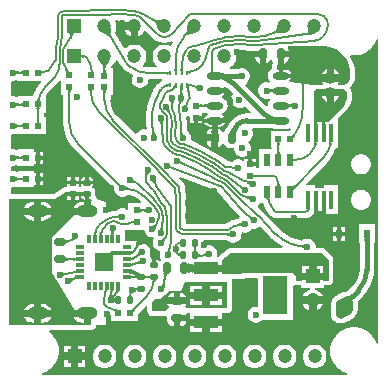
<source format=gbl>
G04*
G04 #@! TF.GenerationSoftware,Altium Limited,Altium Designer,23.8.1 (32)*
G04*
G04 Layer_Physical_Order=4*
G04 Layer_Color=16711680*
%FSLAX43Y43*%
%MOMM*%
G71*
G04*
G04 #@! TF.SameCoordinates,8A790615-D0E5-43D8-8956-367088579B57*
G04*
G04*
G04 #@! TF.FilePolarity,Positive*
G04*
G01*
G75*
%ADD11C,0.200*%
G04:AMPARAMS|DCode=24|XSize=0.5mm|YSize=0.6mm|CornerRadius=0.125mm|HoleSize=0mm|Usage=FLASHONLY|Rotation=0.000|XOffset=0mm|YOffset=0mm|HoleType=Round|Shape=RoundedRectangle|*
%AMROUNDEDRECTD24*
21,1,0.500,0.350,0,0,0.0*
21,1,0.250,0.600,0,0,0.0*
1,1,0.250,0.125,-0.175*
1,1,0.250,-0.125,-0.175*
1,1,0.250,-0.125,0.175*
1,1,0.250,0.125,0.175*
%
%ADD24ROUNDEDRECTD24*%
G04:AMPARAMS|DCode=25|XSize=0.7mm|YSize=1mm|CornerRadius=0.175mm|HoleSize=0mm|Usage=FLASHONLY|Rotation=270.000|XOffset=0mm|YOffset=0mm|HoleType=Round|Shape=RoundedRectangle|*
%AMROUNDEDRECTD25*
21,1,0.700,0.650,0,0,270.0*
21,1,0.350,1.000,0,0,270.0*
1,1,0.350,-0.325,-0.175*
1,1,0.350,-0.325,0.175*
1,1,0.350,0.325,0.175*
1,1,0.350,0.325,-0.175*
%
%ADD25ROUNDEDRECTD25*%
G04:AMPARAMS|DCode=26|XSize=0.5mm|YSize=0.6mm|CornerRadius=0.125mm|HoleSize=0mm|Usage=FLASHONLY|Rotation=270.000|XOffset=0mm|YOffset=0mm|HoleType=Round|Shape=RoundedRectangle|*
%AMROUNDEDRECTD26*
21,1,0.500,0.350,0,0,270.0*
21,1,0.250,0.600,0,0,270.0*
1,1,0.250,-0.175,-0.125*
1,1,0.250,-0.175,0.125*
1,1,0.250,0.175,0.125*
1,1,0.250,0.175,-0.125*
%
%ADD26ROUNDEDRECTD26*%
G04:AMPARAMS|DCode=27|XSize=0.7mm|YSize=1mm|CornerRadius=0.175mm|HoleSize=0mm|Usage=FLASHONLY|Rotation=0.000|XOffset=0mm|YOffset=0mm|HoleType=Round|Shape=RoundedRectangle|*
%AMROUNDEDRECTD27*
21,1,0.700,0.650,0,0,0.0*
21,1,0.350,1.000,0,0,0.0*
1,1,0.350,0.175,-0.325*
1,1,0.350,-0.175,-0.325*
1,1,0.350,-0.175,0.325*
1,1,0.350,0.175,0.325*
%
%ADD27ROUNDEDRECTD27*%
%ADD34R,0.600X0.800*%
%ADD39R,0.500X0.600*%
G04:AMPARAMS|DCode=40|XSize=0.25mm|YSize=0.4mm|CornerRadius=0.063mm|HoleSize=0mm|Usage=FLASHONLY|Rotation=0.000|XOffset=0mm|YOffset=0mm|HoleType=Round|Shape=RoundedRectangle|*
%AMROUNDEDRECTD40*
21,1,0.250,0.275,0,0,0.0*
21,1,0.125,0.400,0,0,0.0*
1,1,0.125,0.063,-0.138*
1,1,0.125,-0.063,-0.138*
1,1,0.125,-0.063,0.138*
1,1,0.125,0.063,0.138*
%
%ADD40ROUNDEDRECTD40*%
%ADD41R,0.600X0.500*%
%ADD43R,0.800X0.300*%
%ADD44R,0.300X0.800*%
%ADD45R,1.500X1.500*%
%ADD77C,0.600*%
%ADD78C,0.200*%
%ADD79C,0.600*%
%ADD80C,0.400*%
%ADD81C,1.200*%
%ADD82R,1.200X1.200*%
%ADD83R,1.200X1.200*%
%ADD84C,1.000*%
%ADD85O,1.800X1.000*%
%ADD88C,0.300*%
%ADD89R,0.350X1.600*%
%ADD90R,2.150X1.000*%
%ADD91R,2.150X3.300*%
%ADD92O,1.400X0.600*%
%ADD93R,0.600X1.000*%
G36*
X12877Y29819D02*
X12854Y29903D01*
X12803Y30050D01*
X12776Y30114D01*
X12747Y30171D01*
X12717Y30221D01*
X12686Y30265D01*
X12653Y30302D01*
X12619Y30333D01*
X12583Y30357D01*
X12683Y30531D01*
X12721Y30512D01*
X12765Y30498D01*
X12814Y30488D01*
X12868Y30483D01*
X12927Y30483D01*
X12990Y30487D01*
X13059Y30495D01*
X13212Y30526D01*
X13296Y30548D01*
X12877Y29819D01*
D02*
G37*
G36*
X23549Y29374D02*
X23446Y29385D01*
X23002Y29408D01*
X22956Y29404D01*
X22919Y29398D01*
X22890Y29390D01*
X22756Y29554D01*
X22799Y29573D01*
X22839Y29599D01*
X22875Y29631D01*
X22907Y29669D01*
X22936Y29714D01*
X22960Y29764D01*
X22981Y29821D01*
X22998Y29883D01*
X23011Y29952D01*
X23021Y30027D01*
X23549Y29374D01*
D02*
G37*
G36*
X26273Y29381D02*
X25765Y29260D01*
X25553Y29409D01*
X25584Y29417D01*
X25609Y29430D01*
X25628Y29450D01*
X25641Y29476D01*
X25648Y29508D01*
X25649Y29545D01*
X25645Y29589D01*
X25635Y29639D01*
X25619Y29694D01*
X25597Y29756D01*
X26273Y29381D01*
D02*
G37*
G36*
X15992Y29370D02*
X15905Y29369D01*
X15750Y29359D01*
X15681Y29349D01*
X15619Y29336D01*
X15562Y29320D01*
X15511Y29302D01*
X15467Y29280D01*
X15428Y29254D01*
X15396Y29226D01*
X15254Y29368D01*
X15282Y29400D01*
X15307Y29439D01*
X15329Y29484D01*
X15348Y29534D01*
X15364Y29591D01*
X15377Y29654D01*
X15387Y29722D01*
X15397Y29877D01*
X15398Y29964D01*
X15992Y29370D01*
D02*
G37*
G36*
X5763Y29371D02*
X5746Y29365D01*
X5731Y29355D01*
X5718Y29341D01*
X5707Y29323D01*
X5698Y29301D01*
X5691Y29275D01*
X5686Y29245D01*
X5683Y29211D01*
X5682Y29173D01*
X5482D01*
X5481Y29211D01*
X5478Y29245D01*
X5473Y29275D01*
X5466Y29301D01*
X5457Y29323D01*
X5446Y29341D01*
X5433Y29355D01*
X5418Y29365D01*
X5401Y29371D01*
X5382Y29373D01*
X5782D01*
X5763Y29371D01*
D02*
G37*
G36*
X8929Y29714D02*
X8897Y29565D01*
X8888Y29497D01*
X8884Y29434D01*
X8885Y29376D01*
X8890Y29322D01*
X8900Y29273D01*
X8915Y29229D01*
X8935Y29190D01*
X8759Y29094D01*
X8735Y29129D01*
X8704Y29162D01*
X8666Y29194D01*
X8622Y29226D01*
X8571Y29256D01*
X8513Y29286D01*
X8449Y29314D01*
X8300Y29367D01*
X8216Y29392D01*
X8952Y29796D01*
X8929Y29714D01*
D02*
G37*
G36*
X9641Y30462D02*
X9728Y30485D01*
X10041Y30468D01*
X10101Y30356D01*
X10079Y30317D01*
X10074Y30300D01*
X10918D01*
Y29970D01*
X11248D01*
Y29127D01*
X11265Y29131D01*
X11470Y29250D01*
X11638Y29417D01*
X11715Y29551D01*
X11869Y29577D01*
X12283Y29162D01*
X12337Y29109D01*
X12336Y29092D01*
X12352Y29053D01*
X12353Y29053D01*
X12456Y28976D01*
X12459Y28972D01*
X12752Y28747D01*
X13092Y28606D01*
X13458Y28558D01*
X13823Y28606D01*
X14091Y28717D01*
X14188Y28620D01*
X14084Y28370D01*
X13924Y28315D01*
X13844Y28362D01*
X13589Y28430D01*
X13326D01*
X13072Y28362D01*
X12844Y28230D01*
X12658Y28044D01*
X12526Y27816D01*
X12458Y27562D01*
Y27298D01*
X12526Y27044D01*
X12658Y26816D01*
X12837Y26637D01*
X12833Y26590D01*
X12812Y26510D01*
X12152D01*
X12129Y26505D01*
X11755Y26542D01*
X11654Y26573D01*
X11618Y26716D01*
X11718Y26816D01*
X11850Y27044D01*
X11918Y27298D01*
Y27562D01*
X11850Y27816D01*
X11718Y28044D01*
X11532Y28230D01*
X11304Y28362D01*
X11049Y28430D01*
X10786D01*
X10532Y28362D01*
X10304Y28230D01*
X10198Y28124D01*
X10038Y28144D01*
X9293Y29389D01*
X9292Y29398D01*
X9292Y29423D01*
X9294Y29457D01*
X9299Y29495D01*
X9325Y29616D01*
X9345Y29686D01*
X9348Y29727D01*
X9378Y29838D01*
Y30102D01*
X9311Y30351D01*
X9306Y30376D01*
X9364Y30480D01*
X9525Y30486D01*
X9641Y30462D01*
D02*
G37*
G36*
X31548Y28889D02*
Y3123D01*
X31429Y3089D01*
X31278Y3453D01*
X31059Y3781D01*
X30781Y4060D01*
X30453Y4278D01*
X30089Y4429D01*
X29703Y4506D01*
X29309D01*
X28923Y4429D01*
X28559Y4278D01*
X28231Y4060D01*
X27952Y3781D01*
X27734Y3453D01*
X27583Y3089D01*
X27506Y2703D01*
Y2309D01*
X27583Y1923D01*
X27734Y1559D01*
X27952Y1231D01*
X28231Y952D01*
X28559Y734D01*
X28923Y583D01*
X28888Y465D01*
X3124D01*
X3089Y583D01*
X3453Y734D01*
X3781Y952D01*
X4060Y1231D01*
X4278Y1559D01*
X4429Y1923D01*
X4506Y2309D01*
Y2703D01*
X4429Y3089D01*
X4278Y3453D01*
X4060Y3781D01*
X3781Y4060D01*
X3689Y4121D01*
X3726Y4242D01*
X7157D01*
X7228Y4256D01*
X7300Y4268D01*
X7410Y4309D01*
X7416Y4313D01*
X7423Y4314D01*
X7483Y4355D01*
X7545Y4393D01*
X7549Y4399D01*
X7555Y4403D01*
X7596Y4463D01*
X7638Y4522D01*
X7640Y4529D01*
X7644Y4535D01*
X7658Y4606D01*
X7675Y4677D01*
X7799Y4691D01*
X8467D01*
Y5610D01*
X8572Y5681D01*
X8900Y5550D01*
Y5000D01*
X11200D01*
Y5629D01*
X11875Y6304D01*
X11992Y6255D01*
Y5850D01*
X12023Y5694D01*
X12112Y5562D01*
X12244Y5473D01*
X12400Y5442D01*
X13568D01*
X13605Y5437D01*
X13685Y5353D01*
X13691Y5329D01*
Y5075D01*
X13728Y4890D01*
X13833Y4733D01*
X13990Y4628D01*
X14077Y4610D01*
X14175Y4591D01*
X14235D01*
Y5250D01*
X14500D01*
Y5515D01*
X15291D01*
X15276Y5594D01*
X15348Y5709D01*
X15413Y5695D01*
X15455Y5695D01*
X15495Y5687D01*
X15600D01*
Y5600D01*
Y5200D01*
X16975D01*
X18350D01*
Y5294D01*
Y5687D01*
X18762D01*
X18919Y5718D01*
X19051Y5807D01*
X19139Y5939D01*
X19170Y6095D01*
Y8300D01*
X19139Y8456D01*
X19123Y8480D01*
X19190Y8608D01*
X21260Y8638D01*
X21350Y8549D01*
Y6294D01*
X21292Y6250D01*
X21108D01*
X20930Y6202D01*
X20770Y6110D01*
X20640Y5980D01*
X20548Y5820D01*
X20500Y5642D01*
Y5458D01*
X20548Y5280D01*
X20585Y5215D01*
X20640Y5120D01*
X20770Y4990D01*
X20930Y4898D01*
X21108Y4850D01*
X21292D01*
X21470Y4898D01*
X21630Y4990D01*
X21760Y5120D01*
X21777Y5150D01*
X24300D01*
Y7995D01*
X24427Y8067D01*
X24550Y8042D01*
X25000D01*
Y7800D01*
X25764D01*
X25781Y7673D01*
X25653Y7639D01*
X25447Y7520D01*
X25280Y7353D01*
X25161Y7147D01*
X25157Y7130D01*
X26000D01*
X26843D01*
X26839Y7147D01*
X26720Y7353D01*
X26553Y7520D01*
X26347Y7639D01*
X26219Y7673D01*
X26236Y7800D01*
X27000D01*
Y8042D01*
X27350D01*
X27506Y8073D01*
X27638Y8162D01*
X27727Y8294D01*
X27758Y8450D01*
Y10200D01*
X27758Y10200D01*
X27727Y10356D01*
X27638Y10488D01*
X27038Y11088D01*
X26906Y11177D01*
X26750Y11208D01*
X26750Y11208D01*
X26250D01*
X26250Y11208D01*
Y11392D01*
X26202Y11570D01*
X26110Y11730D01*
X25980Y11860D01*
X25820Y11952D01*
X25642Y12000D01*
X25458D01*
X25280Y11952D01*
X25120Y11860D01*
X25098Y11838D01*
X25031Y11843D01*
X24525Y11965D01*
X24044Y12164D01*
X23600Y12436D01*
X23310Y12684D01*
X23235Y12788D01*
X23231Y12798D01*
X23218Y12804D01*
X23218Y12804D01*
X23186Y12803D01*
X23130Y12863D01*
X21817Y14245D01*
X21800Y14263D01*
X21800Y14263D01*
X21749Y14343D01*
X21742Y14346D01*
X21714Y14345D01*
X21640Y14412D01*
X21366Y14663D01*
X21373Y14730D01*
X21397Y14807D01*
X21510Y14920D01*
X21585Y15050D01*
X21782D01*
X21786Y15032D01*
X21965Y14602D01*
X22208Y14204D01*
X22347Y14042D01*
X22365Y14007D01*
X22365Y14007D01*
X22387Y13987D01*
X22404Y13963D01*
X22425Y13949D01*
X22508Y13885D01*
X22517Y13878D01*
X22518Y13877D01*
X22561Y13844D01*
X22732Y13774D01*
X22856Y13757D01*
X22913Y13746D01*
X25386D01*
X25442Y13757D01*
X25569Y13774D01*
X25739Y13844D01*
X25885Y13956D01*
X25995Y14100D01*
X26200D01*
Y14203D01*
X26125D01*
X26125Y14260D01*
X26111Y14491D01*
X26107Y14500D01*
X26103Y14503D01*
X26447D01*
X26443Y14500D01*
X26439Y14491D01*
X26436Y14476D01*
X26433Y14455D01*
X26429Y14395D01*
X26427Y14300D01*
X26772D01*
X26761Y14491D01*
X26757Y14500D01*
X26753Y14503D01*
X27097D01*
X27093Y14500D01*
X27089Y14491D01*
X27086Y14476D01*
X27083Y14455D01*
X27079Y14395D01*
X27075Y14203D01*
X27000D01*
Y14100D01*
X28150D01*
Y16500D01*
X27000D01*
Y16300D01*
X26200D01*
Y16500D01*
X25487D01*
X25438Y16617D01*
X27192Y18371D01*
X27193Y18373D01*
X27502Y18735D01*
X27752Y19143D01*
X27935Y19585D01*
X27963Y19700D01*
X28150D01*
Y20102D01*
X28151Y20110D01*
X28150Y20117D01*
Y22100D01*
X28150Y22100D01*
X28150D01*
X28190Y22213D01*
X28862Y22885D01*
X28863Y22887D01*
X28865Y22889D01*
X28947Y22973D01*
X28968Y23004D01*
X28994Y23031D01*
X29112Y23207D01*
X29128Y23244D01*
X29150Y23278D01*
X29234Y23481D01*
X29242Y23520D01*
X29257Y23557D01*
X29300Y23773D01*
Y23813D01*
X29308Y23852D01*
X29308Y23962D01*
X29308Y24370D01*
X29298Y24421D01*
X29277Y24526D01*
X29277Y24526D01*
X29223Y24654D01*
X29135Y24787D01*
X29153Y24826D01*
X29188Y24862D01*
X29332Y25006D01*
X29351Y25033D01*
X29375Y25056D01*
X29445Y25154D01*
X29465Y25197D01*
X29491Y25236D01*
X29513Y25288D01*
X29521Y25328D01*
X29536Y25365D01*
X29550Y25435D01*
X29550Y25475D01*
X29558Y25514D01*
X29558Y25550D01*
X29558Y26031D01*
X29558Y26031D01*
X29558Y26249D01*
X29550Y26289D01*
X29550Y26329D01*
X29465Y26758D01*
X29449Y26795D01*
X29442Y26834D01*
X29274Y27238D01*
X29252Y27271D01*
X29237Y27309D01*
X29165Y27415D01*
X29236Y27521D01*
X29309Y27506D01*
X29703D01*
X30089Y27583D01*
X30453Y27734D01*
X30781Y27952D01*
X31059Y28231D01*
X31278Y28559D01*
X31429Y28923D01*
X31548Y28889D01*
D02*
G37*
G36*
X6434Y27611D02*
X6440Y27594D01*
X6450Y27579D01*
X6464Y27566D01*
X6482Y27555D01*
X6505Y27546D01*
X6531Y27539D01*
X6562Y27534D01*
X6596Y27531D01*
X6635Y27530D01*
Y27330D01*
X6596Y27329D01*
X6562Y27326D01*
X6531Y27321D01*
X6505Y27314D01*
X6482Y27305D01*
X6464Y27294D01*
X6450Y27281D01*
X6440Y27266D01*
X6434Y27249D01*
X6432Y27230D01*
Y27630D01*
X6434Y27611D01*
D02*
G37*
G36*
X8737Y26940D02*
X8635Y26823D01*
X8593Y26767D01*
X8558Y26714D01*
X8529Y26663D01*
X8507Y26613D01*
X8491Y26566D01*
X8481Y26521D01*
X8478Y26478D01*
X8278D01*
X8275Y26521D01*
X8265Y26566D01*
X8249Y26613D01*
X8227Y26663D01*
X8198Y26714D01*
X8163Y26767D01*
X8121Y26823D01*
X8019Y26940D01*
X7958Y27002D01*
X8798D01*
X8737Y26940D01*
D02*
G37*
G36*
X15720Y26042D02*
X15679Y26030D01*
X15643Y26017D01*
X15612Y26003D01*
X15585Y25989D01*
X15563Y25973D01*
X15546Y25957D01*
X15533Y25940D01*
X15526Y25923D01*
X15522Y25904D01*
X15524Y25885D01*
X15462Y26202D01*
X15471Y26200D01*
X15482Y26199D01*
X15497Y26200D01*
X15515Y26201D01*
X15560Y26209D01*
X15618Y26222D01*
X15689Y26241D01*
X15720Y26042D01*
D02*
G37*
G36*
X15008Y26183D02*
X14792D01*
X14794Y26186D01*
X14795Y26192D01*
X14796Y26203D01*
X14798Y26235D01*
X14800Y26386D01*
X15000D01*
X15008Y26183D01*
D02*
G37*
G36*
X14508D02*
X14292D01*
X14294Y26186D01*
X14295Y26192D01*
X14296Y26203D01*
X14298Y26235D01*
X14300Y26386D01*
X14500D01*
X14508Y26183D01*
D02*
G37*
G36*
X5317Y26241D02*
X5336Y26211D01*
X5355Y26183D01*
X5375Y26160D01*
X5395Y26140D01*
X5415Y26123D01*
X5436Y26111D01*
X5457Y26101D01*
X5478Y26096D01*
X5500Y26094D01*
X5103Y26097D01*
X5114Y26099D01*
X5122Y26104D01*
X5127Y26113D01*
X5128Y26126D01*
X5127Y26142D01*
X5123Y26161D01*
X5116Y26185D01*
X5105Y26211D01*
X5076Y26276D01*
X5299D01*
X5317Y26241D01*
D02*
G37*
G36*
X8479Y26208D02*
X8482Y26174D01*
X8487Y26143D01*
X8494Y26117D01*
X8503Y26095D01*
X8514Y26076D01*
X8527Y26062D01*
X8542Y26052D01*
X8559Y26046D01*
X8578Y26044D01*
X8178D01*
X8197Y26046D01*
X8214Y26052D01*
X8229Y26062D01*
X8242Y26076D01*
X8253Y26095D01*
X8262Y26117D01*
X8269Y26143D01*
X8274Y26174D01*
X8277Y26208D01*
X8278Y26247D01*
X8478D01*
X8479Y26208D01*
D02*
G37*
G36*
X2989Y26268D02*
X2995Y26252D01*
X3005Y26238D01*
X3019Y26227D01*
X3037Y26218D01*
X3059Y26212D01*
X3085Y26209D01*
X3115Y26208D01*
X3149Y26210D01*
X3188Y26215D01*
Y26013D01*
X3149Y26006D01*
X3115Y25998D01*
X3085Y25989D01*
X3059Y25978D01*
X3037Y25966D01*
X3019Y25952D01*
X3005Y25937D01*
X2995Y25921D01*
X2989Y25903D01*
X2987Y25883D01*
Y26287D01*
X2989Y26268D01*
D02*
G37*
G36*
X1499Y25850D02*
X1497Y25869D01*
X1491Y25886D01*
X1480Y25901D01*
X1466Y25914D01*
X1448Y25925D01*
X1426Y25934D01*
X1399Y25941D01*
X1369Y25946D01*
X1334Y25949D01*
X1296Y25950D01*
Y26150D01*
X1334Y26151D01*
X1369Y26154D01*
X1399Y26159D01*
X1426Y26166D01*
X1448Y26175D01*
X1466Y26186D01*
X1480Y26199D01*
X1491Y26214D01*
X1497Y26231D01*
X1499Y26250D01*
Y25850D01*
D02*
G37*
G36*
X875Y26239D02*
X898Y26220D01*
X921Y26204D01*
X945Y26190D01*
X969Y26177D01*
X995Y26168D01*
X1020Y26160D01*
X1047Y26154D01*
X1074Y26151D01*
X1102Y26150D01*
Y25950D01*
X1074Y25949D01*
X1047Y25946D01*
X1020Y25940D01*
X995Y25932D01*
X969Y25923D01*
X945Y25910D01*
X921Y25896D01*
X898Y25880D01*
X875Y25861D01*
X853Y25840D01*
Y26260D01*
X875Y26239D01*
D02*
G37*
G36*
X13792Y25817D02*
X13784Y25833D01*
X13772Y25847D01*
X13758Y25859D01*
X13740Y25870D01*
X13720Y25879D01*
X13697Y25887D01*
X13670Y25893D01*
X13641Y25897D01*
X13609Y25899D01*
X13573Y25900D01*
Y26100D01*
X13609Y26101D01*
X13641Y26103D01*
X13670Y26107D01*
X13697Y26113D01*
X13720Y26121D01*
X13740Y26130D01*
X13758Y26141D01*
X13772Y26153D01*
X13784Y26167D01*
X13792Y26183D01*
Y25817D01*
D02*
G37*
G36*
X17582Y26066D02*
X17595Y26055D01*
X17609Y26045D01*
X17624Y26036D01*
X17639Y26028D01*
X17655Y26021D01*
X17672Y26015D01*
X17689Y26010D01*
X17708Y26006D01*
X17726Y26003D01*
X17502Y25779D01*
X17499Y25797D01*
X17495Y25816D01*
X17490Y25833D01*
X17484Y25850D01*
X17477Y25866D01*
X17469Y25881D01*
X17460Y25896D01*
X17450Y25910D01*
X17439Y25923D01*
X17428Y25936D01*
X17569Y26077D01*
X17582Y26066D01*
D02*
G37*
G36*
X18276Y26047D02*
X18308Y26031D01*
X18344Y26017D01*
X18386Y26005D01*
X18433Y25995D01*
X18485Y25986D01*
X18605Y25973D01*
X18745Y25968D01*
X18717Y25774D01*
X18751Y25758D01*
X18696Y25627D01*
X18687Y25569D01*
X18671Y25569D01*
X18594Y25389D01*
X18532Y25415D01*
X18362Y25475D01*
X18311Y25488D01*
X18218Y25505D01*
X18176Y25508D01*
X18136Y25508D01*
X18100Y25505D01*
X18212Y25775D01*
X18250Y26064D01*
X18276Y26047D01*
D02*
G37*
G36*
X19783Y25543D02*
X19779Y25545D01*
X19772Y25547D01*
X19762Y25548D01*
X19731Y25551D01*
X19628Y25555D01*
X19594Y25556D01*
X19599Y25956D01*
X19789Y25963D01*
X19783Y25543D01*
D02*
G37*
G36*
X27507Y28208D02*
X27942Y28028D01*
X28334Y27766D01*
X28500Y27600D01*
X28655Y27445D01*
X28897Y27082D01*
X29065Y26678D01*
X29150Y26249D01*
X29150Y26031D01*
X29150D01*
X29150Y26031D01*
X29150Y25550D01*
X29150Y25514D01*
X29136Y25444D01*
X29114Y25392D01*
X29044Y25294D01*
X29044D01*
X29044Y25294D01*
X28900Y25150D01*
X28864Y25114D01*
X28780Y25058D01*
X28687Y25020D01*
X28588Y25000D01*
X28538Y25000D01*
X28191D01*
X28151Y25127D01*
X28245Y25291D01*
X28248Y25300D01*
X27500D01*
X26752D01*
X26755Y25291D01*
X26849Y25127D01*
X26809Y25000D01*
X26000D01*
X24052Y25286D01*
X24023Y25419D01*
X24060Y25445D01*
X24171Y25610D01*
X24177Y25640D01*
X23300D01*
Y25805D01*
X23135D01*
Y26315D01*
X23000D01*
Y26715D01*
X23035Y26744D01*
Y27600D01*
X23300D01*
Y27865D01*
X23959D01*
Y27925D01*
X23922Y28110D01*
X23892Y28157D01*
X23956Y28289D01*
X24110Y28300D01*
X26810Y28300D01*
X27045Y28300D01*
X27507Y28208D01*
D02*
G37*
G36*
X19836Y27956D02*
X19850Y27957D01*
X19974Y27945D01*
X19991Y27938D01*
X20013Y27947D01*
X20139Y27952D01*
X20613Y27911D01*
X20665Y27917D01*
X20722Y27912D01*
X20767Y27901D01*
X21141Y27886D01*
Y27865D01*
X21800D01*
Y27600D01*
X22065D01*
Y26809D01*
X22160Y26828D01*
X22317Y26933D01*
X22422Y27090D01*
X22424Y27100D01*
X22574D01*
X22583Y27051D01*
X22627Y26985D01*
Y26877D01*
X22623Y26872D01*
X22612Y26813D01*
X22594Y26755D01*
X22596Y26735D01*
X22592Y26715D01*
Y26435D01*
X22547Y26416D01*
X22401Y26304D01*
X22289Y26158D01*
X22218Y25988D01*
X22194Y25805D01*
X22218Y25622D01*
X22289Y25452D01*
X22401Y25306D01*
X22334Y25197D01*
X22192Y25235D01*
X22008D01*
X21830Y25187D01*
X21670Y25095D01*
X21540Y24965D01*
X21448Y24805D01*
X21400Y24627D01*
Y24443D01*
X21448Y24265D01*
X21540Y24105D01*
X21670Y23975D01*
X21830Y23883D01*
X22008Y23835D01*
X22192D01*
X22334Y23873D01*
X22401Y23764D01*
X22289Y23618D01*
X22218Y23448D01*
X22194Y23265D01*
X22196Y23249D01*
X22076Y23189D01*
X20284Y24981D01*
X20319Y25126D01*
X20430Y25190D01*
X20560Y25320D01*
X20652Y25480D01*
X20700Y25658D01*
Y25842D01*
X20652Y26020D01*
X20560Y26180D01*
X20430Y26310D01*
X20270Y26402D01*
X20092Y26450D01*
X19908D01*
X19730Y26402D01*
X19668Y26367D01*
X18998Y26376D01*
X18989Y26393D01*
X19034Y26562D01*
X19152Y26630D01*
X19338Y26816D01*
X19470Y27044D01*
X19538Y27298D01*
Y27562D01*
X19472Y27807D01*
X19471Y27839D01*
X19524Y27938D01*
X19826Y27956D01*
X19830Y27967D01*
X19836Y27956D01*
D02*
G37*
G36*
X16229Y24584D02*
X16214Y24610D01*
X16198Y24635D01*
X16180Y24657D01*
X16161Y24678D01*
X16141Y24696D01*
X16120Y24713D01*
X16097Y24728D01*
X16074Y24741D01*
X16048Y24752D01*
X16022Y24761D01*
X16079Y24952D01*
X16106Y24945D01*
X16133Y24941D01*
X16160Y24938D01*
X16187Y24938D01*
X16214Y24941D01*
X16241Y24945D01*
X16268Y24952D01*
X16295Y24961D01*
X16322Y24973D01*
X16349Y24987D01*
X16229Y24584D01*
D02*
G37*
G36*
X13792Y24815D02*
X13785Y24827D01*
X13775Y24837D01*
X13762Y24845D01*
X13745Y24850D01*
X13726Y24853D01*
X13703Y24854D01*
X13677Y24853D01*
X13648Y24849D01*
X13616Y24844D01*
X13581Y24836D01*
X13578Y25047D01*
X13612Y25057D01*
X13671Y25078D01*
X13697Y25090D01*
X13720Y25102D01*
X13740Y25116D01*
X13757Y25131D01*
X13771Y25147D01*
X13783Y25163D01*
X13792Y25181D01*
Y24815D01*
D02*
G37*
G36*
X28558Y24650D02*
X28620D01*
X28748Y24597D01*
X28847Y24498D01*
X28900Y24370D01*
X28900Y23962D01*
X28900Y23852D01*
X28857Y23637D01*
X28773Y23434D01*
X28655Y23257D01*
X28573Y23173D01*
X28573Y23173D01*
X28573Y23173D01*
X27300Y21900D01*
X27055D01*
Y20900D01*
X26795D01*
Y21900D01*
X26405D01*
Y20900D01*
X26145D01*
Y21900D01*
X26100D01*
Y24410D01*
X26146Y24520D01*
X26230Y24604D01*
X26340Y24650D01*
X26400Y24650D01*
Y24650D01*
X26648D01*
D01*
X27500D01*
X28558D01*
D01*
D02*
G37*
G36*
X14508Y24815D02*
X14485Y24805D01*
X14463Y24793D01*
X14441Y24780D01*
X14396Y24749D01*
X14375Y24731D01*
X14331Y24691D01*
X14310Y24669D01*
X14288Y24645D01*
X14142Y24782D01*
X14178Y24824D01*
X14234Y24899D01*
X14255Y24932D01*
X14271Y24962D01*
X14282Y24988D01*
X14288Y25011D01*
X14289Y25031D01*
X14285Y25048D01*
X14276Y25061D01*
X14508Y24815D01*
D02*
G37*
G36*
X15005Y24812D02*
X15002Y24805D01*
X15000Y24794D01*
X14998Y24779D01*
X14994Y24737D01*
X14992Y24608D01*
X14792Y24615D01*
Y24815D01*
X15008D01*
X15005Y24812D01*
D02*
G37*
G36*
X15528Y24861D02*
X15530Y24857D01*
X15533Y24849D01*
X15540Y24821D01*
X15572Y24684D01*
X15385Y24601D01*
X15376Y24638D01*
X15350Y24728D01*
X15340Y24751D01*
X15331Y24771D01*
X15322Y24787D01*
X15312Y24800D01*
X15302Y24809D01*
X15292Y24815D01*
X15527Y24861D01*
X15528Y24861D01*
D02*
G37*
G36*
X7308Y24605D02*
X7307Y24602D01*
X7305Y24596D01*
X7304Y24588D01*
X7303Y24578D01*
X7300Y24534D01*
X7300Y24493D01*
X7100D01*
X7100Y24514D01*
X7095Y24596D01*
X7093Y24602D01*
X7092Y24605D01*
X7090Y24606D01*
X7310D01*
X7308Y24605D01*
D02*
G37*
G36*
X5581Y24604D02*
X5564Y24598D01*
X5549Y24588D01*
X5536Y24574D01*
X5525Y24555D01*
X5516Y24533D01*
X5509Y24507D01*
X5504Y24476D01*
X5501Y24442D01*
X5500Y24403D01*
X5300D01*
X5299Y24442D01*
X5296Y24476D01*
X5291Y24507D01*
X5284Y24533D01*
X5275Y24555D01*
X5264Y24574D01*
X5251Y24588D01*
X5236Y24598D01*
X5219Y24604D01*
X5200Y24606D01*
X5600D01*
X5581Y24604D01*
D02*
G37*
G36*
X8559Y24554D02*
X8542Y24548D01*
X8527Y24538D01*
X8514Y24524D01*
X8503Y24505D01*
X8494Y24483D01*
X8487Y24457D01*
X8482Y24426D01*
X8479Y24392D01*
X8478Y24353D01*
X8278D01*
X8277Y24392D01*
X8274Y24426D01*
X8269Y24457D01*
X8262Y24483D01*
X8253Y24505D01*
X8242Y24524D01*
X8229Y24538D01*
X8214Y24548D01*
X8197Y24554D01*
X8178Y24556D01*
X8578D01*
X8559Y24554D01*
D02*
G37*
G36*
X22336Y24724D02*
X22359Y24705D01*
X22382Y24689D01*
X22406Y24675D01*
X22430Y24663D01*
X22455Y24653D01*
X22481Y24645D01*
X22507Y24640D01*
X22553Y24644D01*
X22587Y24651D01*
X22616Y24660D01*
X22640Y24670D01*
X22658Y24683D01*
X22671Y24698D01*
X22679Y24715D01*
X22682Y24733D01*
Y24337D01*
X22679Y24355D01*
X22671Y24372D01*
X22658Y24387D01*
X22640Y24400D01*
X22616Y24410D01*
X22587Y24419D01*
X22553Y24426D01*
X22514Y24431D01*
X22513Y24431D01*
X22508Y24431D01*
X22481Y24425D01*
X22455Y24417D01*
X22430Y24407D01*
X22406Y24395D01*
X22382Y24381D01*
X22359Y24365D01*
X22336Y24346D01*
X22314Y24325D01*
Y24745D01*
X22336Y24724D01*
D02*
G37*
G36*
X14993Y24340D02*
X14996Y24312D01*
X15002Y24286D01*
X15009Y24260D01*
X15019Y24235D01*
X15031Y24210D01*
X15046Y24187D01*
X15062Y24163D01*
X15081Y24141D01*
X15102Y24119D01*
X14682D01*
X14703Y24141D01*
X14721Y24163D01*
X14738Y24187D01*
X14752Y24210D01*
X14764Y24235D01*
X14774Y24260D01*
X14782Y24286D01*
X14787Y24312D01*
X14791Y24340D01*
X14792Y24367D01*
X14992D01*
X14993Y24340D01*
D02*
G37*
G36*
X1093Y25357D02*
Y25350D01*
X2963D01*
X2992Y25279D01*
X3005Y25223D01*
X3002Y25219D01*
X2741Y24913D01*
X2523Y24559D01*
X2364Y24174D01*
X2336Y24055D01*
X1093D01*
Y24043D01*
X966Y23970D01*
X909Y24002D01*
X731Y24050D01*
X547D01*
X465Y24113D01*
Y25287D01*
X547Y25350D01*
X731D01*
X909Y25398D01*
X966Y25430D01*
X1093Y25357D01*
D02*
G37*
G36*
X2903Y23848D02*
X2897Y23810D01*
X2894Y23776D01*
X2893Y23747D01*
X2895Y23721D01*
X2900Y23699D01*
X2908Y23681D01*
X2918Y23667D01*
X2932Y23657D01*
X2948Y23651D01*
X2967Y23649D01*
X2560D01*
X2579Y23651D01*
X2597Y23657D01*
X2614Y23667D01*
X2630Y23681D01*
X2644Y23699D01*
X2658Y23721D01*
X2669Y23747D01*
X2680Y23777D01*
X2689Y23811D01*
X2698Y23849D01*
X2903Y23848D01*
D02*
G37*
G36*
X15027Y23637D02*
X15000Y23622D01*
X14975Y23606D01*
X14953Y23589D01*
X14932Y23571D01*
X14913Y23551D01*
X14896Y23530D01*
X14881Y23508D01*
X14867Y23484D01*
X14856Y23459D01*
X14846Y23433D01*
X14656Y23494D01*
X14663Y23521D01*
X14668Y23548D01*
X14671Y23575D01*
X14672Y23602D01*
X14670Y23629D01*
X14666Y23656D01*
X14659Y23683D01*
X14651Y23710D01*
X14640Y23737D01*
X14627Y23764D01*
X15027Y23637D01*
D02*
G37*
G36*
X14294Y23665D02*
X14277Y23641D01*
X14262Y23617D01*
X14249Y23592D01*
X14238Y23567D01*
X14230Y23541D01*
X14224Y23515D01*
X14220Y23488D01*
X14218Y23461D01*
X14218Y23433D01*
X14019Y23422D01*
X14016Y23449D01*
X14011Y23476D01*
X14004Y23503D01*
X13995Y23528D01*
X13984Y23552D01*
X13970Y23576D01*
X13955Y23599D01*
X13937Y23622D01*
X13917Y23643D01*
X13895Y23664D01*
X14314Y23688D01*
X14294Y23665D01*
D02*
G37*
G36*
X24276Y23051D02*
X24255Y23073D01*
X24233Y23092D01*
X24211Y23109D01*
X24188Y23124D01*
X24164Y23136D01*
X24139Y23147D01*
X24114Y23155D01*
X24089Y23160D01*
X24047Y23156D01*
X24013Y23149D01*
X23984Y23140D01*
X23960Y23130D01*
X23942Y23117D01*
X23929Y23102D01*
X23921Y23086D01*
X23918Y23067D01*
Y23463D01*
X23921Y23444D01*
X23929Y23428D01*
X23942Y23413D01*
X23960Y23400D01*
X23984Y23390D01*
X24013Y23381D01*
X24047Y23374D01*
X24086Y23369D01*
X24092Y23369D01*
X24098Y23369D01*
X24124Y23374D01*
X24150Y23382D01*
X24176Y23391D01*
X24201Y23403D01*
X24226Y23417D01*
X24250Y23432D01*
X24273Y23450D01*
X24297Y23470D01*
X24276Y23051D01*
D02*
G37*
G36*
X15381Y23290D02*
X15380Y23287D01*
X15381Y23282D01*
X15384Y23275D01*
X15389Y23266D01*
X15403Y23240D01*
X15451Y23164D01*
X15041Y23255D01*
X15173Y23334D01*
X15381Y23290D01*
D02*
G37*
G36*
X1499Y23150D02*
X1497Y23169D01*
X1491Y23186D01*
X1480Y23201D01*
X1466Y23214D01*
X1448Y23225D01*
X1426Y23234D01*
X1399Y23241D01*
X1369Y23246D01*
X1334Y23249D01*
X1296Y23250D01*
Y23450D01*
X1334Y23451D01*
X1369Y23454D01*
X1399Y23459D01*
X1426Y23466D01*
X1448Y23475D01*
X1466Y23486D01*
X1480Y23499D01*
X1491Y23514D01*
X1497Y23531D01*
X1499Y23550D01*
Y23150D01*
D02*
G37*
G36*
X875Y23539D02*
X898Y23520D01*
X921Y23504D01*
X945Y23490D01*
X969Y23478D01*
X995Y23468D01*
X1020Y23460D01*
X1047Y23454D01*
X1074Y23451D01*
X1102Y23450D01*
Y23250D01*
X1074Y23249D01*
X1047Y23246D01*
X1020Y23240D01*
X995Y23232D01*
X969Y23222D01*
X945Y23210D01*
X921Y23196D01*
X898Y23180D01*
X875Y23161D01*
X853Y23140D01*
Y23560D01*
X875Y23539D01*
D02*
G37*
G36*
X17082Y23067D02*
X17079Y23086D01*
X17071Y23102D01*
X17058Y23117D01*
X17040Y23130D01*
X17016Y23140D01*
X16987Y23149D01*
X16953Y23156D01*
X16914Y23161D01*
X16870Y23164D01*
X16820Y23165D01*
Y23365D01*
X16870Y23366D01*
X16953Y23374D01*
X16987Y23381D01*
X17016Y23390D01*
X17040Y23400D01*
X17058Y23413D01*
X17071Y23428D01*
X17079Y23444D01*
X17082Y23463D01*
Y23067D01*
D02*
G37*
G36*
X16449Y23446D02*
X16455Y23429D01*
X16465Y23414D01*
X16479Y23401D01*
X16497Y23390D01*
X16519Y23381D01*
X16545Y23374D01*
X16575Y23369D01*
X16609Y23366D01*
X16647Y23365D01*
Y23165D01*
X16609Y23164D01*
X16575Y23161D01*
X16545Y23156D01*
X16519Y23149D01*
X16497Y23140D01*
X16479Y23129D01*
X16465Y23116D01*
X16455Y23101D01*
X16449Y23084D01*
X16447Y23065D01*
Y23465D01*
X16449Y23446D01*
D02*
G37*
G36*
X2924Y23056D02*
X2907Y23050D01*
X2892Y23040D01*
X2879Y23026D01*
X2868Y23008D01*
X2859Y22986D01*
X2852Y22960D01*
X2847Y22930D01*
X2844Y22896D01*
X2843Y22858D01*
X2643D01*
X2642Y22896D01*
X2639Y22930D01*
X2634Y22960D01*
X2627Y22986D01*
X2618Y23008D01*
X2607Y23026D01*
X2594Y23040D01*
X2579Y23050D01*
X2562Y23056D01*
X2543Y23058D01*
X2943D01*
X2924Y23056D01*
D02*
G37*
G36*
X13886Y23063D02*
X13881Y23034D01*
X13878Y23006D01*
X13877Y22978D01*
X13878Y22951D01*
X13881Y22924D01*
X13887Y22898D01*
X13895Y22872D01*
X13905Y22847D01*
X13917Y22822D01*
X13742Y22725D01*
X13728Y22749D01*
X13712Y22771D01*
X13694Y22792D01*
X13675Y22811D01*
X13654Y22828D01*
X13632Y22844D01*
X13608Y22858D01*
X13582Y22870D01*
X13555Y22881D01*
X13526Y22890D01*
X13894Y23092D01*
X13886Y23063D01*
D02*
G37*
G36*
X18783Y24758D02*
X18795Y24740D01*
X19297Y24237D01*
X19190Y24130D01*
X19098Y23970D01*
X19050Y23792D01*
Y23608D01*
X19098Y23430D01*
X19190Y23270D01*
X19320Y23140D01*
X19431Y23076D01*
X19462Y23146D01*
X19639Y23079D01*
X19610Y23013D01*
X19658Y23000D01*
X19842D01*
X20020Y23048D01*
X20180Y23140D01*
X20287Y23247D01*
X20811Y22724D01*
X20762Y22607D01*
X20469D01*
X20436Y22600D01*
X20127Y22570D01*
X19798Y22470D01*
X19495Y22308D01*
X19255Y22111D01*
X19227Y22092D01*
X19220Y22082D01*
X18957Y21761D01*
X18895Y21644D01*
X18873Y21619D01*
X18871Y21614D01*
X18867Y21609D01*
X18813Y21507D01*
X18796Y21479D01*
X18749Y21412D01*
X18733Y21392D01*
X18716Y21374D01*
X18700Y21358D01*
X18686Y21347D01*
X18662Y21329D01*
X18649Y21315D01*
X18610Y21290D01*
X18578Y21241D01*
X18560Y21223D01*
X18558Y21217D01*
X18554Y21213D01*
X18547Y21194D01*
X18483Y21099D01*
X18474Y21050D01*
X18324D01*
X18322Y21060D01*
X18217Y21217D01*
X18060Y21322D01*
X17905Y21353D01*
X17912Y21275D01*
X17922Y21222D01*
X17934Y21170D01*
X17949Y21121D01*
X17967Y21073D01*
X17988Y21028D01*
X18011Y20984D01*
X18037Y20942D01*
X17363D01*
X17389Y20984D01*
X17412Y21028D01*
X17433Y21073D01*
X17451Y21121D01*
X17466Y21170D01*
X17478Y21222D01*
X17488Y21275D01*
X17495Y21330D01*
X17496Y21353D01*
X17340Y21322D01*
X17183Y21217D01*
X17078Y21060D01*
X17041Y20875D01*
Y20815D01*
X17700D01*
Y20550D01*
X17965D01*
Y19759D01*
X18060Y19778D01*
X18217Y19883D01*
X18322Y20040D01*
X18324Y20050D01*
X18474D01*
X18483Y20001D01*
X18610Y19810D01*
X18801Y19683D01*
X19025Y19639D01*
X19361D01*
Y19539D01*
X19409Y19361D01*
X19501Y19202D01*
X19631Y19071D01*
X19791Y18979D01*
X19969Y18931D01*
X20153D01*
X20331Y18979D01*
X20491Y19071D01*
X20621Y19202D01*
X20713Y19361D01*
X20761Y19539D01*
Y19724D01*
X20713Y19902D01*
X20621Y20061D01*
X20556Y20127D01*
X20551Y20142D01*
X20579Y20282D01*
X20680Y20340D01*
X20810Y20470D01*
X20902Y20630D01*
X20950Y20808D01*
Y20992D01*
X20902Y21170D01*
X20853Y21256D01*
X20926Y21383D01*
X22440D01*
X22461Y21382D01*
X22546Y21375D01*
X22567Y21372D01*
X22576Y21370D01*
X22579Y21369D01*
X22579Y21369D01*
X22594Y21359D01*
X22618Y21354D01*
X22717Y21313D01*
X22900Y21289D01*
X23700D01*
X23883Y21313D01*
X24053Y21384D01*
X24083Y21406D01*
X24178Y21320D01*
X24058Y21124D01*
X24054Y21118D01*
X24041Y21108D01*
X24035Y21100D01*
X22450D01*
Y19700D01*
X22590D01*
Y19550D01*
X21450D01*
Y18056D01*
X21400Y17950D01*
X21200D01*
Y18135D01*
X20700D01*
Y18300D01*
X20535D01*
Y18544D01*
X20500D01*
X20519Y18546D01*
X20535Y18552D01*
Y18750D01*
X20200D01*
Y18661D01*
X20073Y18593D01*
X19970Y18652D01*
X19792Y18700D01*
X19608D01*
X19430Y18652D01*
X19270Y18560D01*
X19238Y18528D01*
X18817Y18544D01*
X18298Y18932D01*
X18267Y18955D01*
X18267Y18955D01*
X18217Y18990D01*
X18217Y18990D01*
X18217Y18991D01*
X18193Y19007D01*
X18179Y19017D01*
X18075Y19084D01*
X18075Y19084D01*
X18075Y19084D01*
X18073Y19085D01*
X18071Y19086D01*
X18069Y19088D01*
X17982Y19143D01*
X17954Y19154D01*
X17776Y19273D01*
X16838Y19798D01*
X15861Y20249D01*
X15676Y20317D01*
X15710Y20444D01*
Y20629D01*
X15663Y20807D01*
X15570Y20966D01*
X15440Y21097D01*
X15373Y21135D01*
X15373Y21478D01*
X15363Y21530D01*
X15362Y21537D01*
X15360Y21658D01*
X15360Y21658D01*
X15360Y21658D01*
X15331Y21773D01*
X15323Y21834D01*
X15271Y22276D01*
X15292Y22300D01*
X15470Y22348D01*
X15523Y22378D01*
X15650Y22305D01*
Y21800D01*
X15985D01*
Y21998D01*
X15955Y22000D01*
X15853Y22003D01*
X15985Y22056D01*
Y22250D01*
X16150D01*
Y22415D01*
X16650D01*
Y22600D01*
X16850D01*
Y22600D01*
X16977Y22641D01*
X17093Y22593D01*
X17102Y22496D01*
X17096Y22460D01*
X16940Y22355D01*
X16829Y22190D01*
X16823Y22160D01*
X17000D01*
X17006Y22163D01*
X17044Y22184D01*
X17081Y22207D01*
X17118Y22233D01*
Y22160D01*
X17700D01*
X17881D01*
X17878Y22236D01*
X17891Y22230D01*
X17911Y22225D01*
X17939Y22221D01*
X17975Y22218D01*
X18070Y22214D01*
X18243Y22217D01*
X18236Y22257D01*
X18242Y22239D01*
X18252Y22226D01*
X18266Y22218D01*
X18266Y22218D01*
X18328Y22219D01*
X18336Y22221D01*
X18369Y22231D01*
X18406Y22246D01*
X18447Y22265D01*
X18493Y22289D01*
X18521Y22265D01*
X18460Y22355D01*
X18304Y22460D01*
X18298Y22496D01*
X18307Y22593D01*
X18453Y22654D01*
X18599Y22766D01*
X18711Y22912D01*
X18782Y23082D01*
X18806Y23265D01*
X18782Y23448D01*
X18711Y23618D01*
X18599Y23764D01*
X18453Y23876D01*
X18307Y23937D01*
X18298Y24034D01*
X18304Y24070D01*
X18460Y24175D01*
X18571Y24340D01*
X18577Y24370D01*
X17700D01*
Y24700D01*
X18577D01*
X18571Y24730D01*
X18515Y24814D01*
X18610Y24900D01*
X18783Y24758D01*
D02*
G37*
G36*
X2844Y22013D02*
X2847Y21979D01*
X2852Y21948D01*
X2859Y21922D01*
X2868Y21900D01*
X2879Y21881D01*
X2892Y21867D01*
X2907Y21857D01*
X2924Y21851D01*
X2943Y21849D01*
X2543D01*
X2562Y21851D01*
X2579Y21857D01*
X2594Y21867D01*
X2607Y21881D01*
X2618Y21900D01*
X2627Y21922D01*
X2634Y21948D01*
X2639Y21979D01*
X2642Y22013D01*
X2643Y22052D01*
X2843D01*
X2844Y22013D01*
D02*
G37*
G36*
X13367Y21988D02*
X13350Y21964D01*
X13336Y21939D01*
X13323Y21914D01*
X13313Y21888D01*
X13306Y21863D01*
X13300Y21836D01*
X13297Y21809D01*
X13296Y21782D01*
X13298Y21754D01*
X13098Y21737D01*
X13095Y21764D01*
X13089Y21791D01*
X13081Y21817D01*
X13071Y21842D01*
X13059Y21866D01*
X13045Y21890D01*
X13029Y21912D01*
X13010Y21934D01*
X12990Y21955D01*
X12967Y21975D01*
X13385Y22011D01*
X13367Y21988D01*
D02*
G37*
G36*
X22468Y22385D02*
X22638Y22325D01*
X22689Y22312D01*
X22782Y22295D01*
X22824Y22292D01*
X22864Y22292D01*
X22900Y22295D01*
X22750Y21933D01*
Y21736D01*
X22732Y21747D01*
X22707Y21757D01*
X22675Y21766D01*
X22638Y21774D01*
X22594Y21780D01*
X22487Y21790D01*
X22355Y21794D01*
X22279Y21795D01*
Y22028D01*
X22249Y22042D01*
X22279Y22114D01*
Y22195D01*
X22314Y22195D01*
X22406Y22411D01*
X22468Y22385D01*
D02*
G37*
G36*
X1499Y21350D02*
X1497Y21369D01*
X1491Y21386D01*
X1480Y21401D01*
X1466Y21414D01*
X1448Y21425D01*
X1426Y21434D01*
X1399Y21441D01*
X1369Y21446D01*
X1334Y21449D01*
X1296Y21450D01*
Y21650D01*
X1334Y21651D01*
X1369Y21654D01*
X1399Y21659D01*
X1426Y21666D01*
X1448Y21675D01*
X1466Y21686D01*
X1480Y21699D01*
X1491Y21714D01*
X1497Y21731D01*
X1499Y21750D01*
Y21350D01*
D02*
G37*
G36*
X875Y21739D02*
X898Y21720D01*
X921Y21704D01*
X945Y21690D01*
X969Y21677D01*
X995Y21668D01*
X1020Y21660D01*
X1047Y21654D01*
X1074Y21651D01*
X1102Y21650D01*
Y21450D01*
X1074Y21449D01*
X1047Y21446D01*
X1020Y21440D01*
X995Y21432D01*
X969Y21423D01*
X945Y21410D01*
X921Y21396D01*
X898Y21380D01*
X875Y21361D01*
X853Y21340D01*
Y21760D01*
X875Y21739D01*
D02*
G37*
G36*
X9618Y26860D02*
X9673Y26768D01*
X9671Y26762D01*
X9677Y26747D01*
X9695Y26724D01*
X9695Y26724D01*
X9742Y26662D01*
X9919Y26432D01*
X10002Y26368D01*
X10028Y26336D01*
X10227Y26174D01*
X10263Y26155D01*
X10360Y26073D01*
X10768Y25823D01*
X10782Y25780D01*
X10748Y25720D01*
X10700Y25542D01*
Y25358D01*
X10748Y25180D01*
X10840Y25020D01*
X10970Y24890D01*
X11130Y24798D01*
X11308Y24750D01*
X11492D01*
X11670Y24798D01*
X11830Y24890D01*
X11960Y25020D01*
X12052Y25180D01*
X12100Y25358D01*
Y25382D01*
X12152Y25490D01*
X13261D01*
X13286Y25363D01*
X13169Y25315D01*
X12964Y25157D01*
X12867Y25083D01*
X12867Y25083D01*
X12869Y25081D01*
X12761Y24973D01*
X12729Y24925D01*
X12652Y24825D01*
X12636Y24786D01*
X12611Y24749D01*
X12608Y24745D01*
X12508Y24503D01*
X12508Y24503D01*
X12507Y24503D01*
X12181Y23718D01*
X12137Y23612D01*
X12133Y23610D01*
X12103Y23540D01*
X12089Y23493D01*
X11954Y23049D01*
X11904Y22539D01*
X11908Y22495D01*
X11891Y22368D01*
X11885Y22355D01*
X11895Y22332D01*
X11906Y22206D01*
X11890Y21868D01*
X11893Y21845D01*
X11890Y21817D01*
X11904Y21706D01*
X11902Y21649D01*
X11954Y21338D01*
X11842Y21237D01*
X11792Y21250D01*
X11608D01*
X11430Y21202D01*
X11270Y21110D01*
X11140Y20980D01*
X11096Y20904D01*
X10938Y20883D01*
X9482Y22339D01*
X9463Y22352D01*
X9224Y22643D01*
X9036Y22995D01*
X8920Y23377D01*
X8883Y23751D01*
X8888Y23775D01*
Y24150D01*
X9078D01*
Y25150D01*
Y26450D01*
X9024D01*
X9012Y26461D01*
X8968Y26537D01*
X8962Y26577D01*
X9036Y26662D01*
X9088Y26715D01*
X9109Y26747D01*
X9178Y26816D01*
X9310Y27044D01*
X9329Y27115D01*
X9454Y27133D01*
X9618Y26860D01*
D02*
G37*
G36*
X19668Y21363D02*
X19639Y21302D01*
X19593Y21188D01*
X19576Y21135D01*
X19552Y21037D01*
X19546Y20992D01*
X19544Y20950D01*
X19545Y20911D01*
X19550Y20875D01*
X18901Y20999D01*
X18937Y21025D01*
X18972Y21055D01*
X19007Y21088D01*
X19041Y21124D01*
X19074Y21165D01*
X19138Y21255D01*
X19168Y21306D01*
X19228Y21418D01*
X19668Y21363D01*
D02*
G37*
G36*
X4700Y25325D02*
Y24200D01*
X4890D01*
Y21802D01*
X4891Y21799D01*
X4928Y21325D01*
X5040Y20860D01*
X5223Y20418D01*
X5473Y20010D01*
X5782Y19648D01*
X5783Y19646D01*
X9194Y16235D01*
X9200Y16209D01*
Y16158D01*
X9248Y15980D01*
X9340Y15820D01*
X9470Y15690D01*
X9630Y15598D01*
X9808Y15550D01*
X9992D01*
X10170Y15598D01*
X10330Y15690D01*
X10356Y15716D01*
X10435Y15708D01*
X10817Y15592D01*
X11169Y15404D01*
X11446Y15177D01*
X11442Y15127D01*
X11405Y15050D01*
X10400D01*
Y14511D01*
X10273Y14443D01*
X10170Y14502D01*
X9992Y14550D01*
X9808D01*
X9630Y14502D01*
X9470Y14410D01*
X9423Y14363D01*
X9397Y14346D01*
X9143Y14339D01*
X9101Y14337D01*
X9080Y14334D01*
X9075Y14335D01*
X9022Y14324D01*
Y14324D01*
X8998Y14319D01*
X8796Y14293D01*
X8573Y14200D01*
X8467Y14271D01*
Y15141D01*
X7739Y15366D01*
X7734Y15411D01*
X7719Y15438D01*
X7711Y15468D01*
X7681Y15507D01*
X7657Y15550D01*
X7633Y15570D01*
X7613Y15594D01*
X7605Y15599D01*
X7610Y15625D01*
Y15875D01*
X7570Y16080D01*
X7453Y16253D01*
X7388Y16297D01*
X7309Y16391D01*
X7381Y16498D01*
X7398Y16585D01*
X6900D01*
X6631D01*
Y16552D01*
X6629Y16570D01*
X6623Y16585D01*
X6402D01*
X6414Y16523D01*
X6364Y16437D01*
X6332Y16400D01*
X6205D01*
Y16585D01*
X6007D01*
X6001Y16569D01*
X5999Y16550D01*
Y16585D01*
X5705D01*
X5205D01*
Y16400D01*
X5005D01*
Y16371D01*
X4984Y16370D01*
X4952Y16355D01*
X4918Y16348D01*
X4881Y16323D01*
X4839Y16304D01*
X4084Y15758D01*
X465D01*
Y16282D01*
X547Y16345D01*
X731D01*
X909Y16393D01*
X966Y16425D01*
X1093Y16355D01*
Y16355D01*
X2393D01*
Y16555D01*
X2578D01*
Y17055D01*
Y17349D01*
X2550D01*
X2569Y17351D01*
X2578Y17354D01*
Y17555D01*
X2393D01*
Y17755D01*
X1093D01*
Y17738D01*
X966Y17665D01*
X909Y17697D01*
X731Y17745D01*
X547D01*
X465Y17808D01*
Y18082D01*
X547Y18145D01*
X731D01*
X909Y18193D01*
X966Y18225D01*
X1093Y18155D01*
Y18155D01*
X2393D01*
Y18355D01*
X2578D01*
Y18553D01*
X2569Y18556D01*
X2550Y18558D01*
X2578D01*
Y18855D01*
Y19149D01*
X2550D01*
X2569Y19151D01*
X2578Y19154D01*
Y19355D01*
X2393D01*
Y19555D01*
X1093D01*
Y19538D01*
X966Y19465D01*
X909Y19497D01*
X731Y19545D01*
X547D01*
X465Y19608D01*
Y20787D01*
X547Y20850D01*
X731D01*
X909Y20898D01*
X966Y20930D01*
X1093Y20857D01*
Y20855D01*
X3393D01*
Y22255D01*
X3252D01*
Y22655D01*
X3393D01*
Y24020D01*
X3523Y24265D01*
X3717Y24500D01*
X3731Y24510D01*
X4554Y25333D01*
X4565Y25350D01*
X4580Y25368D01*
X4700Y25325D01*
D02*
G37*
G36*
X12629Y20996D02*
X12637Y20969D01*
X12647Y20944D01*
X12658Y20920D01*
X12672Y20897D01*
X12688Y20874D01*
X12706Y20853D01*
X12726Y20833D01*
X12748Y20814D01*
X12772Y20795D01*
X12358Y20727D01*
X12375Y20752D01*
X12390Y20778D01*
X12402Y20803D01*
X12413Y20829D01*
X12421Y20855D01*
X12426Y20882D01*
X12430Y20908D01*
X12431Y20935D01*
X12430Y20963D01*
X12426Y20990D01*
X12624Y21023D01*
X12629Y20996D01*
D02*
G37*
G36*
X24474Y20673D02*
X24439Y20626D01*
X24384Y20541D01*
X24364Y20504D01*
X24348Y20470D01*
X24338Y20438D01*
X24332Y20410D01*
X24331Y20386D01*
X24335Y20364D01*
X24344Y20345D01*
X24113Y20694D01*
X24126Y20680D01*
X24141Y20672D01*
X24159Y20672D01*
X24180Y20678D01*
X24204Y20690D01*
X24230Y20710D01*
X24258Y20736D01*
X24290Y20768D01*
X24324Y20808D01*
X24360Y20854D01*
X24474Y20673D01*
D02*
G37*
G36*
X14965Y20983D02*
X14968Y20956D01*
X14975Y20932D01*
X14983Y20909D01*
X14995Y20890D01*
X15008Y20872D01*
X15025Y20857D01*
X15043Y20844D01*
X15065Y20834D01*
X15088Y20826D01*
X14726Y20632D01*
X14733Y20655D01*
X14739Y20681D01*
X14750Y20741D01*
X14757Y20810D01*
X14763Y20932D01*
X14763Y20978D01*
X14963Y21013D01*
X14965Y20983D01*
D02*
G37*
G36*
X26430Y20101D02*
X26414Y20095D01*
X26399Y20085D01*
X26385Y20072D01*
X26371Y20054D01*
X26359Y20032D01*
X26347Y20007D01*
X26337Y19978D01*
X26327Y19944D01*
X26318Y19907D01*
X26110Y19908D01*
X26118Y19945D01*
X26129Y20033D01*
X26130Y20054D01*
X26128Y20072D01*
X26124Y20085D01*
X26119Y20095D01*
X26112Y20101D01*
X26103Y20103D01*
X26447D01*
X26430Y20101D01*
D02*
G37*
G36*
X27724Y20104D02*
X27706Y20098D01*
X27688Y20088D01*
X27672Y20074D01*
X27658Y20056D01*
X27644Y20034D01*
X27631Y20008D01*
X27620Y19978D01*
X27610Y19945D01*
X27601Y19907D01*
X27395Y19908D01*
X27397Y19916D01*
X27399Y19941D01*
X27402Y19996D01*
X27403Y20103D01*
X27744Y20106D01*
X27724Y20104D01*
D02*
G37*
G36*
X23281Y20101D02*
X23264Y20095D01*
X23249Y20085D01*
X23236Y20071D01*
X23225Y20053D01*
X23216Y20031D01*
X23209Y20005D01*
X23204Y19975D01*
X23201Y19941D01*
X23200Y19903D01*
X23000D01*
X22999Y19941D01*
X22996Y19975D01*
X22991Y20005D01*
X22984Y20031D01*
X22975Y20053D01*
X22964Y20071D01*
X22951Y20085D01*
X22936Y20095D01*
X22919Y20101D01*
X22900Y20103D01*
X23300D01*
X23281Y20101D01*
D02*
G37*
G36*
X23201Y19308D02*
X23204Y19274D01*
X23209Y19243D01*
X23216Y19217D01*
X23225Y19195D01*
X23236Y19176D01*
X23249Y19162D01*
X23264Y19152D01*
X23281Y19146D01*
X23300Y19144D01*
X22900D01*
X22919Y19146D01*
X22936Y19152D01*
X22951Y19162D01*
X22964Y19176D01*
X22975Y19195D01*
X22984Y19217D01*
X22991Y19243D01*
X22996Y19274D01*
X22999Y19308D01*
X23000Y19347D01*
X23200D01*
X23201Y19308D01*
D02*
G37*
G36*
X1499Y18655D02*
X1497Y18674D01*
X1491Y18691D01*
X1480Y18706D01*
X1466Y18719D01*
X1448Y18730D01*
X1426Y18739D01*
X1399Y18746D01*
X1369Y18751D01*
X1334Y18754D01*
X1296Y18755D01*
Y18955D01*
X1334Y18956D01*
X1369Y18959D01*
X1399Y18964D01*
X1426Y18971D01*
X1448Y18980D01*
X1466Y18991D01*
X1480Y19004D01*
X1491Y19019D01*
X1497Y19036D01*
X1499Y19055D01*
Y18655D01*
D02*
G37*
G36*
X869Y19042D02*
X892Y19024D01*
X916Y19007D01*
X940Y18994D01*
X965Y18982D01*
X991Y18972D01*
X1017Y18965D01*
X1043Y18959D01*
X1070Y18956D01*
X1098Y18955D01*
X1105Y18755D01*
X1077Y18754D01*
X1050Y18750D01*
X1024Y18745D01*
X998Y18737D01*
X973Y18727D01*
X949Y18714D01*
X926Y18700D01*
X903Y18683D01*
X881Y18664D01*
X860Y18642D01*
X846Y19062D01*
X869Y19042D01*
D02*
G37*
G36*
X24345Y18770D02*
X24349Y18766D01*
X24355Y18762D01*
X24364Y18759D01*
X24376Y18756D01*
X24390Y18754D01*
X24407Y18752D01*
X24448Y18750D01*
X24472Y18750D01*
Y18550D01*
X24448Y18550D01*
X24390Y18546D01*
X24376Y18544D01*
X24364Y18541D01*
X24355Y18538D01*
X24349Y18534D01*
X24345Y18530D01*
X24344Y18525D01*
Y18775D01*
X24345Y18770D01*
D02*
G37*
G36*
X12198Y17571D02*
X12173Y17554D01*
X12150Y17536D01*
X12129Y17517D01*
X12109Y17497D01*
X12092Y17476D01*
X12077Y17454D01*
X12063Y17430D01*
X12052Y17406D01*
X12043Y17380D01*
X12035Y17353D01*
X11841Y17398D01*
X11846Y17425D01*
X11849Y17452D01*
X11849Y17479D01*
X11848Y17506D01*
X11844Y17533D01*
X11837Y17560D01*
X11829Y17586D01*
X11818Y17613D01*
X11805Y17639D01*
X11789Y17665D01*
X12198Y17571D01*
D02*
G37*
G36*
X20999Y17481D02*
X21005Y17464D01*
X21015Y17449D01*
X21029Y17436D01*
X21047Y17425D01*
X21069Y17416D01*
X21095Y17409D01*
X21125Y17404D01*
X21159Y17401D01*
X21197Y17400D01*
Y17200D01*
X21159Y17199D01*
X21125Y17196D01*
X21095Y17191D01*
X21069Y17184D01*
X21047Y17175D01*
X21029Y17164D01*
X21015Y17151D01*
X21005Y17136D01*
X20999Y17119D01*
X20997Y17100D01*
Y17500D01*
X20999Y17481D01*
D02*
G37*
G36*
X1499Y16855D02*
X1497Y16874D01*
X1491Y16891D01*
X1480Y16906D01*
X1466Y16919D01*
X1448Y16930D01*
X1426Y16939D01*
X1399Y16946D01*
X1369Y16951D01*
X1334Y16954D01*
X1296Y16955D01*
Y17155D01*
X1334Y17156D01*
X1369Y17159D01*
X1399Y17164D01*
X1426Y17171D01*
X1448Y17180D01*
X1466Y17191D01*
X1480Y17204D01*
X1491Y17219D01*
X1497Y17236D01*
X1499Y17255D01*
Y16855D01*
D02*
G37*
G36*
X869Y17242D02*
X892Y17223D01*
X916Y17207D01*
X940Y17194D01*
X965Y17182D01*
X991Y17172D01*
X1017Y17165D01*
X1043Y17159D01*
X1070Y17156D01*
X1098Y17155D01*
X1105Y16955D01*
X1077Y16954D01*
X1050Y16950D01*
X1024Y16945D01*
X998Y16937D01*
X973Y16927D01*
X949Y16914D01*
X926Y16900D01*
X903Y16883D01*
X881Y16864D01*
X860Y16842D01*
X846Y17262D01*
X869Y17242D01*
D02*
G37*
G36*
X20675Y16480D02*
X20662Y16507D01*
X20648Y16533D01*
X20632Y16556D01*
X20615Y16578D01*
X20596Y16598D01*
X20576Y16617D01*
X20555Y16633D01*
X20532Y16647D01*
X20507Y16660D01*
X20482Y16671D01*
X20553Y16858D01*
X20579Y16849D01*
X20606Y16843D01*
X20633Y16838D01*
X20660Y16836D01*
X20687Y16837D01*
X20714Y16839D01*
X20741Y16844D01*
X20769Y16851D01*
X20797Y16861D01*
X20824Y16872D01*
X20675Y16480D01*
D02*
G37*
G36*
X12715Y17002D02*
X12708Y16974D01*
X12703Y16946D01*
X12700Y16918D01*
X12700Y16891D01*
X12702Y16864D01*
X12706Y16837D01*
X12712Y16811D01*
X12721Y16785D01*
X12732Y16759D01*
X12551Y16673D01*
X12538Y16698D01*
X12524Y16721D01*
X12507Y16743D01*
X12489Y16763D01*
X12469Y16781D01*
X12448Y16798D01*
X12425Y16813D01*
X12400Y16827D01*
X12373Y16840D01*
X12345Y16850D01*
X12724Y17031D01*
X12715Y17002D01*
D02*
G37*
G36*
X10805Y17025D02*
X10818Y16999D01*
X10832Y16974D01*
X10848Y16951D01*
X10866Y16930D01*
X10884Y16911D01*
X10905Y16893D01*
X10927Y16878D01*
X10950Y16864D01*
X10975Y16851D01*
X10894Y16669D01*
X10868Y16679D01*
X10842Y16687D01*
X10815Y16693D01*
X10789Y16696D01*
X10762Y16698D01*
X10734Y16696D01*
X10707Y16693D01*
X10679Y16688D01*
X10650Y16680D01*
X10622Y16669D01*
X10793Y17053D01*
X10805Y17025D01*
D02*
G37*
G36*
X23201Y16608D02*
X23204Y16574D01*
X23209Y16543D01*
X23216Y16517D01*
X23225Y16495D01*
X23236Y16476D01*
X23249Y16462D01*
X23264Y16452D01*
X23281Y16446D01*
X23300Y16444D01*
X22900D01*
X22919Y16446D01*
X22936Y16452D01*
X22951Y16462D01*
X22964Y16476D01*
X22975Y16495D01*
X22984Y16517D01*
X22991Y16543D01*
X22996Y16574D01*
X22999Y16608D01*
X23000Y16647D01*
X23200D01*
X23201Y16608D01*
D02*
G37*
G36*
X24488Y16247D02*
X24461Y16218D01*
X24437Y16190D01*
X24415Y16161D01*
X24396Y16133D01*
X24380Y16104D01*
X24367Y16076D01*
X24357Y16048D01*
X24350Y16020D01*
X24346Y15992D01*
X24344Y15964D01*
X24347Y16447D01*
X24348Y16437D01*
X24353Y16432D01*
X24360Y16430D01*
X24370Y16432D01*
X24382Y16438D01*
X24398Y16449D01*
X24416Y16463D01*
X24462Y16504D01*
X24488Y16530D01*
Y16247D01*
D02*
G37*
G36*
X9664Y16629D02*
X9685Y16612D01*
X9708Y16597D01*
X9732Y16585D01*
X9757Y16574D01*
X9783Y16565D01*
X9809Y16558D01*
X9838Y16553D01*
X9867Y16551D01*
X9897Y16550D01*
X9600Y16253D01*
X9599Y16283D01*
X9597Y16312D01*
X9592Y16341D01*
X9585Y16368D01*
X9576Y16393D01*
X9565Y16418D01*
X9553Y16442D01*
X9538Y16465D01*
X9521Y16486D01*
X9502Y16507D01*
X9643Y16648D01*
X9664Y16629D01*
D02*
G37*
G36*
X10139Y16435D02*
X10161Y16416D01*
X10183Y16399D01*
X10207Y16384D01*
X10231Y16370D01*
X10256Y16359D01*
X10281Y16349D01*
X10308Y16341D01*
X10335Y16334D01*
X10363Y16330D01*
X10360Y16129D01*
X10333Y16131D01*
X10306Y16131D01*
X10280Y16128D01*
X10254Y16123D01*
X10229Y16115D01*
X10204Y16104D01*
X10180Y16091D01*
X10156Y16075D01*
X10133Y16057D01*
X10111Y16036D01*
X10118Y16456D01*
X10139Y16435D01*
D02*
G37*
G36*
X6360Y15915D02*
X6900D01*
Y15750D01*
X7065D01*
Y15294D01*
X7075D01*
X7202Y15319D01*
X7237Y15343D01*
X7346Y15287D01*
X7349Y15239D01*
X7241Y15127D01*
X7212D01*
Y14320D01*
X6912D01*
Y14041D01*
X5817D01*
X5796Y14020D01*
X5770D01*
X5778Y14001D01*
X4048Y12224D01*
X4005Y12195D01*
X3971Y12146D01*
X3967Y12141D01*
Y12139D01*
X3922Y12071D01*
X3893Y11925D01*
Y11575D01*
X3922Y11429D01*
X3967Y11361D01*
Y10639D01*
X3922Y10571D01*
X3893Y10425D01*
Y10075D01*
X3922Y9929D01*
X3967Y9861D01*
Y9091D01*
X4100Y8872D01*
Y8851D01*
X4176Y8667D01*
X4299Y8544D01*
X5804Y6062D01*
X5770Y5980D01*
X6912D01*
Y5680D01*
X7212D01*
Y4873D01*
X7267D01*
Y4691D01*
X7157Y4650D01*
X312D01*
Y15350D01*
X4215D01*
X5078Y15973D01*
X5205Y15922D01*
Y15915D01*
X5705D01*
X6205D01*
Y15969D01*
X6293Y15979D01*
X6360Y15915D01*
D02*
G37*
G36*
X20683Y15213D02*
X20669Y15239D01*
X20653Y15263D01*
X20635Y15286D01*
X20617Y15307D01*
X20597Y15326D01*
X20576Y15342D01*
X20553Y15357D01*
X20529Y15370D01*
X20505Y15382D01*
X20478Y15391D01*
X20537Y15582D01*
X20564Y15575D01*
X20591Y15570D01*
X20618Y15567D01*
X20645Y15567D01*
X20672Y15569D01*
X20699Y15574D01*
X20726Y15580D01*
X20753Y15589D01*
X20780Y15600D01*
X20807Y15614D01*
X20683Y15213D01*
D02*
G37*
G36*
X22388Y15451D02*
X22372Y15445D01*
X22359Y15436D01*
X22349Y15422D01*
X22343Y15405D01*
X22339Y15383D01*
X22338Y15358D01*
X22340Y15329D01*
X22345Y15296D01*
X22353Y15260D01*
X22145Y15259D01*
X22135Y15296D01*
X22124Y15329D01*
X22111Y15358D01*
X22098Y15383D01*
X22083Y15404D01*
X22068Y15422D01*
X22051Y15436D01*
X22033Y15445D01*
X22015Y15451D01*
X21995Y15453D01*
X22407D01*
X22388Y15451D01*
D02*
G37*
G36*
X25760Y14505D02*
X25752Y14500D01*
X25743Y14491D01*
X25733Y14480D01*
X25723Y14465D01*
X25712Y14447D01*
X25689Y14400D01*
X25663Y14341D01*
X25478Y14417D01*
X25485Y14434D01*
X25493Y14463D01*
X25496Y14474D01*
X25496Y14484D01*
X25495Y14492D01*
X25493Y14498D01*
X25489Y14503D01*
X25484Y14505D01*
X25477Y14506D01*
X25767D01*
X25760Y14505D01*
D02*
G37*
G36*
X11399Y14581D02*
X11405Y14564D01*
X11415Y14549D01*
X11429Y14536D01*
X11447Y14525D01*
X11469Y14516D01*
X11495Y14509D01*
X11525Y14504D01*
X11559Y14501D01*
X11597Y14500D01*
Y14300D01*
X11559Y14299D01*
X11525Y14296D01*
X11495Y14291D01*
X11469Y14284D01*
X11447Y14275D01*
X11429Y14264D01*
X11415Y14251D01*
X11405Y14236D01*
X11399Y14219D01*
X11397Y14200D01*
Y14600D01*
X11399Y14581D01*
D02*
G37*
G36*
X11931Y14190D02*
X11909Y14211D01*
X11886Y14230D01*
X11863Y14246D01*
X11839Y14260D01*
X11815Y14273D01*
X11790Y14282D01*
X11764Y14290D01*
X11737Y14296D01*
X11710Y14299D01*
X11682Y14300D01*
Y14500D01*
X11710Y14501D01*
X11737Y14504D01*
X11764Y14510D01*
X11790Y14518D01*
X11815Y14528D01*
X11839Y14540D01*
X11863Y14554D01*
X11886Y14570D01*
X11909Y14589D01*
X11931Y14610D01*
Y14190D01*
D02*
G37*
G36*
X9692Y13634D02*
X9669Y13654D01*
X9646Y13672D01*
X9623Y13688D01*
X9598Y13702D01*
X9573Y13713D01*
X9548Y13722D01*
X9522Y13729D01*
X9495Y13734D01*
X9468Y13737D01*
X9440Y13737D01*
X9435Y13937D01*
X9462Y13939D01*
X9489Y13943D01*
X9516Y13949D01*
X9541Y13957D01*
X9566Y13968D01*
X9590Y13981D01*
X9614Y13996D01*
X9637Y14013D01*
X9659Y14032D01*
X9680Y14054D01*
X9692Y13634D01*
D02*
G37*
G36*
X20771Y13898D02*
X20794Y13884D01*
X20818Y13872D01*
X20843Y13862D01*
X20869Y13854D01*
X20896Y13849D01*
X20924Y13845D01*
X20952Y13844D01*
X20981Y13845D01*
X21011Y13848D01*
X20752Y13517D01*
X20747Y13547D01*
X20741Y13576D01*
X20733Y13603D01*
X20723Y13629D01*
X20712Y13654D01*
X20698Y13677D01*
X20682Y13699D01*
X20665Y13720D01*
X20646Y13739D01*
X20624Y13758D01*
X20748Y13915D01*
X20771Y13898D01*
D02*
G37*
G36*
X10806Y13288D02*
X10805Y13291D01*
X10802Y13293D01*
X10796Y13294D01*
X10788Y13296D01*
X10777Y13297D01*
X10750Y13299D01*
X10691Y13300D01*
Y13500D01*
X10713Y13500D01*
X10796Y13506D01*
X10802Y13507D01*
X10805Y13509D01*
X10806Y13512D01*
Y13288D01*
D02*
G37*
G36*
X17925Y16038D02*
X17934Y16035D01*
X19462Y14239D01*
X19490Y14216D01*
X19501Y14203D01*
X19515Y14183D01*
X19833Y13882D01*
X19799Y13739D01*
X19783Y13723D01*
X19752Y13703D01*
X19741Y13692D01*
X19741Y13692D01*
X19741Y13692D01*
X19725Y13690D01*
X19700Y13680D01*
X19574Y13668D01*
X19158Y13542D01*
X18775Y13337D01*
X18620Y13210D01*
X15285D01*
Y15528D01*
X15272Y15591D01*
X15253Y15936D01*
X15182Y16353D01*
X15178Y16380D01*
X15178Y16382D01*
X15161Y16477D01*
X15154Y16527D01*
X15154Y16527D01*
X15146Y16547D01*
X15139Y16577D01*
X15123Y16602D01*
X15083Y16697D01*
X15005Y16800D01*
X14974Y16846D01*
X14712Y17108D01*
X14781Y17215D01*
X17925Y16038D01*
D02*
G37*
G36*
X20036Y12989D02*
X20014Y13011D01*
X19990Y13030D01*
X19967Y13046D01*
X19943Y13060D01*
X19918Y13070D01*
X19893Y13079D01*
X19867Y13084D01*
X19841Y13087D01*
X19815Y13087D01*
X19788Y13085D01*
X19788Y13287D01*
X19816Y13291D01*
X19844Y13297D01*
X19871Y13305D01*
X19897Y13315D01*
X19922Y13326D01*
X19946Y13339D01*
X19970Y13354D01*
X19992Y13371D01*
X20014Y13389D01*
X20035Y13409D01*
X20036Y12989D01*
D02*
G37*
G36*
X21605Y12988D02*
X22429Y12120D01*
X22479Y12055D01*
X22486Y12023D01*
X22541Y11994D01*
X22599Y11962D01*
X22618Y11946D01*
X22915Y11685D01*
X23386Y11371D01*
X23465Y11332D01*
X23436Y11208D01*
X19103D01*
X19051Y11198D01*
X18999Y11194D01*
X18974Y11182D01*
X18947Y11177D01*
X18903Y11148D01*
X18856Y11125D01*
X18103Y10553D01*
X18085Y10532D01*
X18062Y10516D01*
X18032Y10473D01*
X18025Y10464D01*
X17911Y10526D01*
X17910Y10527D01*
X17939Y10633D01*
Y10817D01*
X17891Y10995D01*
X17799Y11155D01*
X17668Y11285D01*
X17509Y11377D01*
X17331Y11425D01*
X17146D01*
X16968Y11377D01*
X16812Y11287D01*
X16798Y11291D01*
X16696Y11352D01*
X16710Y11425D01*
Y11775D01*
X16764Y11840D01*
X18762D01*
X18784Y11826D01*
X18820Y11790D01*
X18980Y11698D01*
X19158Y11650D01*
X19342D01*
X19520Y11698D01*
X19680Y11790D01*
X19810Y11920D01*
X19902Y12080D01*
X19950Y12258D01*
Y12424D01*
X19993Y12475D01*
X20059Y12527D01*
X20158Y12500D01*
X20342D01*
X20520Y12548D01*
X20680Y12640D01*
X20810Y12770D01*
X20870Y12874D01*
X20958Y12850D01*
X21142D01*
X21320Y12898D01*
X21480Y12990D01*
X21605Y12988D01*
D02*
G37*
G36*
X12794Y13095D02*
X12777Y13073D01*
X12763Y13050D01*
X12750Y13026D01*
X12740Y13001D01*
X12732Y12975D01*
X12725Y12948D01*
X12721Y12921D01*
X12719Y12892D01*
X12720Y12863D01*
X12722Y12833D01*
X12397Y13099D01*
X12427Y13103D01*
X12456Y13108D01*
X12483Y13116D01*
X12509Y13125D01*
X12534Y13137D01*
X12558Y13150D01*
X12580Y13165D01*
X12601Y13182D01*
X12621Y13201D01*
X12640Y13222D01*
X12794Y13095D01*
D02*
G37*
G36*
X13334Y12908D02*
X13330Y12880D01*
X13328Y12853D01*
X13329Y12826D01*
X13332Y12799D01*
X13337Y12772D01*
X13345Y12746D01*
X13354Y12720D01*
X13366Y12694D01*
X13381Y12668D01*
X13397Y12643D01*
X12984Y12719D01*
X13009Y12737D01*
X13031Y12755D01*
X13052Y12775D01*
X13070Y12796D01*
X13086Y12818D01*
X13101Y12841D01*
X13113Y12865D01*
X13123Y12890D01*
X13131Y12916D01*
X13137Y12943D01*
X13334Y12908D01*
D02*
G37*
G36*
X9272Y12688D02*
X9249Y12671D01*
X9228Y12652D01*
X9210Y12633D01*
X9194Y12612D01*
X9181Y12590D01*
X9170Y12566D01*
X9161Y12542D01*
X9155Y12516D01*
X9154Y12511D01*
X9158Y12469D01*
X9162Y12447D01*
X9167Y12429D01*
X9173Y12415D01*
X9180Y12405D01*
X9188Y12399D01*
X9197Y12397D01*
X8903D01*
X8912Y12399D01*
X8920Y12405D01*
X8927Y12415D01*
X8933Y12429D01*
X8938Y12447D01*
X8942Y12469D01*
X8946Y12495D01*
X8948Y12535D01*
X8946Y12553D01*
X8942Y12580D01*
X8935Y12606D01*
X8927Y12633D01*
X8917Y12659D01*
X8905Y12686D01*
X8892Y12712D01*
X8876Y12738D01*
X8859Y12764D01*
X9272Y12688D01*
D02*
G37*
G36*
X8216Y12587D02*
X8212Y12572D01*
X8206Y12540D01*
X8202Y12504D01*
X8198Y12443D01*
X8197Y12397D01*
X7903D01*
X7912Y12399D01*
X7921Y12405D01*
X7930Y12414D01*
X7940Y12428D01*
X7949Y12446D01*
X7959Y12467D01*
X7969Y12492D01*
X7989Y12554D01*
X8000Y12591D01*
X8216Y12587D01*
D02*
G37*
G36*
X7703Y12592D02*
X7702Y12584D01*
X7701Y12574D01*
X7698Y12507D01*
X7697Y12397D01*
X7403D01*
X7413Y12399D01*
X7423Y12405D01*
X7433Y12415D01*
X7443Y12428D01*
X7452Y12446D01*
X7461Y12468D01*
X7470Y12493D01*
X7487Y12556D01*
X7495Y12593D01*
X7703Y12592D01*
D02*
G37*
G36*
X19036Y12140D02*
X19014Y12161D01*
X18991Y12180D01*
X18968Y12196D01*
X18944Y12210D01*
X18920Y12222D01*
X18895Y12232D01*
X18869Y12240D01*
X18842Y12246D01*
X18815Y12249D01*
X18787Y12250D01*
Y12450D01*
X18815Y12451D01*
X18842Y12454D01*
X18869Y12460D01*
X18895Y12468D01*
X18920Y12477D01*
X18944Y12490D01*
X18968Y12504D01*
X18991Y12520D01*
X19014Y12539D01*
X19036Y12560D01*
Y12140D01*
D02*
G37*
G36*
X5885Y11900D02*
X5880Y11900D01*
X5874Y11899D01*
X5867Y11896D01*
X5859Y11892D01*
X5851Y11887D01*
X5831Y11873D01*
X5820Y11865D01*
X5796Y11844D01*
X5626Y11974D01*
X5635Y11977D01*
X5644Y11981D01*
X5650Y11986D01*
X5655Y11991D01*
X5658Y11997D01*
X5659Y12004D01*
X5659Y12011D01*
X5657Y12019D01*
X5654Y12028D01*
X5648Y12037D01*
X5885Y11900D01*
D02*
G37*
G36*
X13537Y11958D02*
X13520Y11936D01*
X13505Y11913D01*
X13492Y11889D01*
X13481Y11865D01*
X13472Y11839D01*
X13465Y11813D01*
X13461Y11785D01*
X13458Y11757D01*
X13458Y11727D01*
X13460Y11697D01*
X13140Y11970D01*
X13170Y11973D01*
X13199Y11978D01*
X13226Y11985D01*
X13253Y11994D01*
X13278Y12004D01*
X13302Y12017D01*
X13324Y12032D01*
X13346Y12049D01*
X13366Y12067D01*
X13385Y12088D01*
X13537Y11958D01*
D02*
G37*
G36*
X11724Y12708D02*
X11771Y12530D01*
X11863Y12371D01*
X11994Y12240D01*
X12153Y12148D01*
X12331Y12100D01*
X12454D01*
X12531Y11980D01*
X12509Y11940D01*
X12461Y11762D01*
Y11578D01*
X12509Y11400D01*
X12601Y11240D01*
X12731Y11110D01*
X12891Y11018D01*
X13009Y10986D01*
X13076Y10926D01*
X13090Y10843D01*
X13058Y10721D01*
Y10537D01*
X13106Y10359D01*
X13193Y10208D01*
X13132Y10168D01*
X13094Y10109D01*
X13009D01*
X12902Y10181D01*
X12775Y10206D01*
X12765D01*
Y9750D01*
X12435D01*
Y10206D01*
X12425D01*
X12365Y10194D01*
X12321Y10357D01*
X12229Y10517D01*
X12178Y10568D01*
X12201Y10607D01*
X12248Y10785D01*
Y10970D01*
X12201Y11148D01*
X12108Y11307D01*
X11978Y11438D01*
X11818Y11530D01*
X11640Y11578D01*
X11456D01*
X11294Y11534D01*
X11421Y11458D01*
X11391Y11450D01*
X11364Y11441D01*
X11338Y11429D01*
X11313Y11416D01*
X11290Y11401D01*
X11269Y11384D01*
X11249Y11366D01*
X11231Y11346D01*
X11214Y11325D01*
X11199Y11301D01*
X11027Y11404D01*
X11040Y11428D01*
X11051Y11453D01*
X11060Y11479D01*
X11067Y11505D01*
X11071Y11532D01*
X11073Y11559D01*
X11073Y11587D01*
X11071Y11615D01*
X11067Y11644D01*
X11060Y11674D01*
X11100Y11650D01*
Y11800D01*
X10100D01*
Y12740D01*
X10329D01*
X10400Y12750D01*
X10400Y12750D01*
X11724D01*
Y12708D01*
D02*
G37*
G36*
X5098Y11909D02*
X5103Y11893D01*
X5113Y11880D01*
X5126Y11871D01*
X5144Y11864D01*
X5166Y11861D01*
X5191Y11861D01*
X5221Y11864D01*
X5255Y11870D01*
X5293Y11880D01*
Y11672D01*
X5254Y11660D01*
X5219Y11647D01*
X5188Y11633D01*
X5161Y11619D01*
X5138Y11603D01*
X5119Y11586D01*
X5104Y11569D01*
X5094Y11551D01*
X5087Y11531D01*
X5084Y11511D01*
X5096Y11929D01*
X5098Y11909D01*
D02*
G37*
G36*
X25328Y11099D02*
X25307Y11120D01*
X25285Y11140D01*
X25263Y11157D01*
X25240Y11173D01*
X25216Y11187D01*
X25191Y11199D01*
X25166Y11209D01*
X25140Y11217D01*
X25112Y11223D01*
X25085Y11228D01*
X25092Y11428D01*
X25119Y11426D01*
X25146Y11426D01*
X25173Y11429D01*
X25199Y11434D01*
X25224Y11442D01*
X25249Y11452D01*
X25274Y11465D01*
X25298Y11480D01*
X25321Y11498D01*
X25344Y11518D01*
X25328Y11099D01*
D02*
G37*
G36*
X14536Y11395D02*
X14542Y11399D01*
X14550Y11401D01*
X14558Y11401D01*
X14567Y11398D01*
X14577Y11392D01*
X14588Y11384D01*
X14599Y11374D01*
X14612Y11361D01*
X14641Y11328D01*
X14224Y11378D01*
X14246Y11395D01*
X14358Y11492D01*
X14363Y11499D01*
X14536Y11395D01*
D02*
G37*
G36*
X16230Y11329D02*
X16213Y11322D01*
X16198Y11310D01*
X16185Y11294D01*
X16175Y11273D01*
X16166Y11248D01*
X16159Y11218D01*
X16154Y11184D01*
X16151Y11144D01*
X16150Y11101D01*
X15950D01*
X15949Y11144D01*
X15946Y11184D01*
X15941Y11218D01*
X15934Y11248D01*
X15925Y11273D01*
X15915Y11294D01*
X15902Y11310D01*
X15887Y11322D01*
X15870Y11329D01*
X15852Y11331D01*
X16248D01*
X16230Y11329D01*
D02*
G37*
G36*
X10844Y10808D02*
X10814Y10793D01*
X10697Y10727D01*
X10694Y10723D01*
X10694Y10720D01*
X10538Y10894D01*
X10542Y10893D01*
X10549Y10895D01*
X10561Y10898D01*
X10576Y10904D01*
X10676Y10950D01*
X10750Y10985D01*
X10844Y10808D01*
D02*
G37*
G36*
X16151Y11056D02*
X16154Y11016D01*
X16159Y10982D01*
X16166Y10952D01*
X16175Y10927D01*
X16185Y10906D01*
X16198Y10890D01*
X16213Y10878D01*
X16230Y10871D01*
X16248Y10869D01*
X15852D01*
X15870Y10871D01*
X15887Y10878D01*
X15902Y10890D01*
X15915Y10906D01*
X15925Y10927D01*
X15934Y10952D01*
X15941Y10982D01*
X15946Y11016D01*
X15949Y11056D01*
X15950Y11099D01*
X16150D01*
X16151Y11056D01*
D02*
G37*
G36*
X13955Y11060D02*
X13950Y11033D01*
X13947Y11005D01*
X13947Y10978D01*
X13949Y10951D01*
X13953Y10925D01*
X13960Y10898D01*
X13968Y10872D01*
X13980Y10845D01*
X13993Y10819D01*
X14009Y10794D01*
X13599Y10883D01*
X13624Y10900D01*
X13647Y10918D01*
X13668Y10938D01*
X13687Y10958D01*
X13704Y10979D01*
X13719Y11002D01*
X13732Y11025D01*
X13743Y11050D01*
X13752Y11076D01*
X13759Y11103D01*
X13955Y11060D01*
D02*
G37*
G36*
X14601Y10840D02*
X14397Y10775D01*
X14352Y10845D01*
X14577Y10893D01*
X14601Y10840D01*
D02*
G37*
G36*
X14810Y10377D02*
X14804Y10399D01*
X14796Y10420D01*
X14784Y10440D01*
X14769Y10460D01*
X14751Y10480D01*
X14730Y10499D01*
X14707Y10518D01*
X14680Y10536D01*
X14650Y10554D01*
X14617Y10572D01*
X14632Y10809D01*
X14666Y10793D01*
X14697Y10781D01*
X14724Y10772D01*
X14747Y10767D01*
X14767Y10766D01*
X14783Y10768D01*
X14796Y10775D01*
X14805Y10785D01*
X14810Y10798D01*
X14812Y10816D01*
X14810Y10377D01*
D02*
G37*
G36*
X11517Y10579D02*
X11487Y10581D01*
X11457Y10581D01*
X11429Y10579D01*
X11401Y10575D01*
X11375Y10569D01*
X11349Y10561D01*
X11324Y10550D01*
X11300Y10537D01*
X11277Y10523D01*
X11255Y10506D01*
X11128Y10660D01*
X11148Y10679D01*
X11167Y10698D01*
X11184Y10720D01*
X11199Y10742D01*
X11212Y10766D01*
X11224Y10791D01*
X11233Y10817D01*
X11240Y10844D01*
X11246Y10873D01*
X11249Y10903D01*
X11517Y10579D01*
D02*
G37*
G36*
X17083Y10468D02*
X17057Y10483D01*
X17030Y10496D01*
X17004Y10506D01*
X16977Y10514D01*
X16950Y10519D01*
X16924Y10523D01*
X16897Y10524D01*
X16870Y10522D01*
X16842Y10519D01*
X16815Y10513D01*
X16765Y10707D01*
X16792Y10715D01*
X16818Y10725D01*
X16842Y10737D01*
X16865Y10750D01*
X16887Y10766D01*
X16908Y10784D01*
X16927Y10804D01*
X16946Y10826D01*
X16963Y10849D01*
X16979Y10875D01*
X17083Y10468D01*
D02*
G37*
G36*
X16297Y10733D02*
X16302Y10716D01*
X16312Y10701D01*
X16326Y10688D01*
X16344Y10677D01*
X16366Y10668D01*
X16393Y10661D01*
X16424Y10656D01*
X16460Y10653D01*
X16499Y10652D01*
Y10452D01*
X16457Y10451D01*
X16419Y10448D01*
X16385Y10443D01*
X16356Y10436D01*
X16331Y10427D01*
X16310Y10417D01*
X16294Y10404D01*
X16282Y10389D01*
X16274Y10372D01*
X16270Y10354D01*
X16296Y10752D01*
X16297Y10733D01*
D02*
G37*
G36*
X10886Y10265D02*
X10850Y10251D01*
X10790Y10222D01*
X10765Y10207D01*
X10744Y10191D01*
X10727Y10174D01*
X10714Y10157D01*
X10705Y10140D01*
X10699Y10122D01*
X10697Y10103D01*
Y10397D01*
X10698Y10400D01*
X10703Y10404D01*
X10710Y10409D01*
X10720Y10414D01*
X10749Y10428D01*
X10814Y10453D01*
X10841Y10463D01*
X10886Y10265D01*
D02*
G37*
G36*
X5903Y10103D02*
X5901Y10112D01*
X5895Y10120D01*
X5885Y10127D01*
X5871Y10133D01*
X5853Y10138D01*
X5831Y10142D01*
X5805Y10146D01*
X5741Y10150D01*
X5703Y10150D01*
Y10350D01*
X5741Y10350D01*
X5831Y10358D01*
X5853Y10362D01*
X5871Y10367D01*
X5885Y10373D01*
X5895Y10380D01*
X5901Y10388D01*
X5903Y10397D01*
Y10103D01*
D02*
G37*
G36*
X5094Y10431D02*
X5101Y10414D01*
X5111Y10399D01*
X5126Y10386D01*
X5144Y10375D01*
X5167Y10366D01*
X5194Y10359D01*
X5225Y10354D01*
X5261Y10351D01*
X5300Y10350D01*
Y10150D01*
X5261Y10149D01*
X5225Y10146D01*
X5194Y10141D01*
X5167Y10134D01*
X5144Y10125D01*
X5126Y10114D01*
X5111Y10101D01*
X5101Y10086D01*
X5094Y10069D01*
X5092Y10051D01*
Y10449D01*
X5094Y10431D01*
D02*
G37*
G36*
X15903Y9807D02*
X15994Y9802D01*
X16100Y9800D01*
Y9200D01*
X15994Y9199D01*
X15903Y9191D01*
Y9003D01*
X15897Y9040D01*
X15879Y9074D01*
X15849Y9104D01*
X15807Y9129D01*
X15753Y9151D01*
X15689Y9168D01*
X15661Y9163D01*
X15601Y9146D01*
X15549Y9127D01*
X15507Y9105D01*
X15473Y9079D01*
X15449Y9051D01*
Y9195D01*
X15303Y9200D01*
Y9800D01*
X15417Y9802D01*
X15449Y9805D01*
Y9949D01*
X15473Y9921D01*
X15507Y9895D01*
X15549Y9873D01*
X15601Y9854D01*
X15661Y9837D01*
X15689Y9832D01*
X15753Y9849D01*
X15807Y9871D01*
X15849Y9897D01*
X15879Y9926D01*
X15897Y9960D01*
X15903Y9997D01*
Y9807D01*
D02*
G37*
G36*
X11517Y9828D02*
X11490Y9843D01*
X11463Y9855D01*
X11437Y9865D01*
X11410Y9873D01*
X11383Y9878D01*
X11356Y9881D01*
X11329Y9882D01*
X11302Y9880D01*
X11275Y9876D01*
X11248Y9870D01*
X11196Y10063D01*
X11223Y10072D01*
X11248Y10082D01*
X11272Y10094D01*
X11295Y10108D01*
X11317Y10124D01*
X11338Y10142D01*
X11357Y10162D01*
X11375Y10184D01*
X11392Y10208D01*
X11408Y10234D01*
X11517Y9828D01*
D02*
G37*
G36*
X10890Y9774D02*
X10853Y9763D01*
X10820Y9751D01*
X10791Y9738D01*
X10765Y9724D01*
X10744Y9709D01*
X10726Y9693D01*
X10712Y9676D01*
X10702Y9658D01*
X10696Y9639D01*
X10694Y9619D01*
X10697Y9897D01*
X10698Y9903D01*
X10700Y9909D01*
X10703Y9915D01*
X10708Y9921D01*
X10715Y9926D01*
X10723Y9931D01*
X10732Y9936D01*
X10743Y9941D01*
X10755Y9945D01*
X10769Y9949D01*
X10890Y9774D01*
D02*
G37*
G36*
X5903Y9103D02*
X5901Y9099D01*
X5896Y9094D01*
X5887Y9089D01*
X5874Y9084D01*
X5858Y9079D01*
X5815Y9067D01*
X5724Y9049D01*
X5706Y9249D01*
X5744Y9257D01*
X5778Y9266D01*
X5808Y9276D01*
X5834Y9288D01*
X5856Y9301D01*
X5874Y9315D01*
X5888Y9331D01*
X5898Y9348D01*
X5904Y9366D01*
X5906Y9386D01*
X5903Y9103D01*
D02*
G37*
G36*
X13757Y9003D02*
X13738Y9003D01*
X13720Y8998D01*
X13703Y8990D01*
X13687Y8976D01*
X13673Y8959D01*
X13659Y8937D01*
X13647Y8910D01*
X13636Y8879D01*
X13626Y8843D01*
X13617Y8803D01*
X13415Y8808D01*
X13422Y8852D01*
X13427Y8891D01*
X13428Y8926D01*
X13427Y8956D01*
X13423Y8983D01*
X13416Y9005D01*
X13407Y9022D01*
X13394Y9035D01*
X13379Y9044D01*
X13360Y9049D01*
X13757Y9003D01*
D02*
G37*
G36*
X10700Y9390D02*
X10708Y9381D01*
X10723Y9370D01*
X10742Y9359D01*
X10768Y9346D01*
X10836Y9315D01*
X10981Y9259D01*
X10913Y8961D01*
X10790Y9004D01*
X10475Y9096D01*
X10387Y9114D01*
X10309Y9125D01*
X10241Y9130D01*
X10181Y9129D01*
X10130Y9121D01*
X10088Y9106D01*
X10697Y9397D01*
X10700Y9390D01*
D02*
G37*
G36*
X4799Y9178D02*
X4825Y9163D01*
X4850Y9151D01*
X4876Y9141D01*
X4903Y9134D01*
X4929Y9128D01*
X4956Y9125D01*
X4983Y9124D01*
X5010Y9126D01*
X5038Y9130D01*
X5073Y8933D01*
X5046Y8927D01*
X5020Y8919D01*
X4995Y8909D01*
X4971Y8897D01*
X4948Y8883D01*
X4926Y8866D01*
X4905Y8848D01*
X4885Y8828D01*
X4866Y8805D01*
X4848Y8781D01*
X4774Y9194D01*
X4799Y9178D01*
D02*
G37*
G36*
X11215Y9138D02*
X11325Y9083D01*
X11379Y9061D01*
X11482Y9027D01*
X11532Y9015D01*
X11581Y9006D01*
X11629Y9001D01*
X11675Y8999D01*
X11344Y8727D01*
Y8644D01*
X11340Y8645D01*
X11330Y8646D01*
X11292Y8648D01*
X11248Y8648D01*
X11231Y8634D01*
Y8552D01*
X11229Y8570D01*
X11222Y8587D01*
X11210Y8602D01*
X11194Y8615D01*
X11173Y8625D01*
X11148Y8634D01*
X11118Y8641D01*
X11084Y8646D01*
X11044Y8649D01*
X11001Y8650D01*
Y8850D01*
X11044Y8851D01*
X11084Y8854D01*
X11086Y8854D01*
X11082Y8857D01*
X11022Y8898D01*
X10950Y8942D01*
X11158Y9171D01*
X11215Y9138D01*
D02*
G37*
G36*
X6323Y8606D02*
X6300Y8617D01*
X6271Y8625D01*
X6237Y8628D01*
X6196Y8627D01*
X6151Y8622D01*
X6099Y8613D01*
X5980Y8582D01*
X5911Y8561D01*
X5838Y8536D01*
X5715Y8704D01*
X5770Y8725D01*
X5856Y8764D01*
X5887Y8783D01*
X5910Y8800D01*
X5925Y8817D01*
X5933Y8834D01*
X5932Y8849D01*
X5923Y8864D01*
X5906Y8878D01*
X6323Y8606D01*
D02*
G37*
G36*
X10699Y8888D02*
X10705Y8880D01*
X10715Y8873D01*
X10729Y8867D01*
X10747Y8862D01*
X10769Y8858D01*
X10795Y8854D01*
X10859Y8850D01*
X10897Y8850D01*
Y8650D01*
X10859Y8650D01*
X10769Y8642D01*
X10747Y8638D01*
X10729Y8633D01*
X10715Y8627D01*
X10705Y8620D01*
X10699Y8612D01*
X10697Y8603D01*
Y8897D01*
X10699Y8888D01*
D02*
G37*
G36*
X12331Y8552D02*
X12329Y8570D01*
X12322Y8587D01*
X12310Y8602D01*
X12294Y8615D01*
X12273Y8625D01*
X12248Y8634D01*
X12218Y8641D01*
X12184Y8646D01*
X12144Y8649D01*
X12101Y8650D01*
Y8850D01*
X12144Y8851D01*
X12184Y8854D01*
X12218Y8859D01*
X12248Y8866D01*
X12273Y8875D01*
X12294Y8885D01*
X12310Y8898D01*
X12322Y8913D01*
X12329Y8930D01*
X12331Y8948D01*
Y8552D01*
D02*
G37*
G36*
X11771Y8930D02*
X11778Y8913D01*
X11790Y8898D01*
X11806Y8885D01*
X11827Y8875D01*
X11852Y8866D01*
X11882Y8859D01*
X11916Y8854D01*
X11956Y8851D01*
X11999Y8850D01*
Y8650D01*
X11956Y8649D01*
X11916Y8646D01*
X11882Y8641D01*
X11852Y8634D01*
X11827Y8625D01*
X11806Y8615D01*
X11790Y8602D01*
X11778Y8587D01*
X11771Y8570D01*
X11769Y8552D01*
Y8948D01*
X11771Y8930D01*
D02*
G37*
G36*
X27350Y10200D02*
Y8450D01*
X26900D01*
Y8470D01*
X26000D01*
X25100D01*
Y8450D01*
X24550D01*
Y8750D01*
X24300Y9050D01*
X21550D01*
X18440Y9006D01*
X18350Y9095D01*
Y9200D01*
X16975D01*
Y9800D01*
X18350D01*
Y10228D01*
X19103Y10800D01*
X26750D01*
X27350Y10200D01*
D02*
G37*
G36*
X5459Y8708D02*
X5486Y8697D01*
X5514Y8690D01*
X5541Y8684D01*
X5568Y8681D01*
X5595Y8680D01*
X5622Y8682D01*
X5649Y8685D01*
X5676Y8692D01*
X5702Y8700D01*
X5770Y8512D01*
X5744Y8501D01*
X5719Y8489D01*
X5696Y8475D01*
X5674Y8459D01*
X5654Y8441D01*
X5635Y8421D01*
X5617Y8400D01*
X5601Y8377D01*
X5586Y8351D01*
X5572Y8324D01*
X5431Y8720D01*
X5459Y8708D01*
D02*
G37*
G36*
X12789Y8507D02*
X12770Y8505D01*
X12752Y8499D01*
X12736Y8489D01*
X12721Y8474D01*
X12707Y8456D01*
X12695Y8434D01*
X12684Y8407D01*
X12675Y8376D01*
X12667Y8342D01*
X12660Y8303D01*
X12456Y8303D01*
X12461Y8342D01*
X12463Y8378D01*
X12463Y8409D01*
X12460Y8436D01*
X12454Y8459D01*
X12446Y8477D01*
X12435Y8492D01*
X12422Y8503D01*
X12405Y8509D01*
X12387Y8511D01*
X12789Y8507D01*
D02*
G37*
G36*
X13481Y8097D02*
X13477Y8071D01*
X13472Y8019D01*
X13471Y7992D01*
X13473Y7936D01*
X13476Y7907D01*
X13486Y7848D01*
X13492Y7818D01*
X13138Y8043D01*
X13164Y8050D01*
X13188Y8060D01*
X13209Y8071D01*
X13229Y8085D01*
X13246Y8102D01*
X13261Y8120D01*
X13274Y8142D01*
X13285Y8165D01*
X13294Y8191D01*
X13301Y8219D01*
X13481Y8097D01*
D02*
G37*
G36*
X11206Y7612D02*
X11205Y7619D01*
X11201Y7626D01*
X11193Y7631D01*
X11183Y7636D01*
X11170Y7641D01*
X11154Y7644D01*
X11136Y7647D01*
X11114Y7648D01*
X11062Y7650D01*
Y7850D01*
X11090Y7850D01*
X11154Y7856D01*
X11170Y7859D01*
X11183Y7864D01*
X11193Y7869D01*
X11201Y7874D01*
X11205Y7881D01*
X11206Y7888D01*
Y7612D01*
D02*
G37*
G36*
X10848Y7887D02*
X10932Y7850D01*
X10938Y7845D01*
X10940Y7841D01*
X10939Y7838D01*
X10934Y7836D01*
X11027Y7648D01*
X11030Y7648D01*
X11032Y7644D01*
X11033Y7638D01*
X11033Y7628D01*
X11031Y7617D01*
X11028Y7602D01*
X11018Y7566D01*
X11002Y7518D01*
X10821Y7897D01*
X10848Y7887D01*
D02*
G37*
G36*
X9697Y7603D02*
X9677Y7601D01*
X9657Y7596D01*
X9637Y7586D01*
X9618Y7574D01*
X9599Y7557D01*
X9581Y7537D01*
X9562Y7513D01*
X9545Y7485D01*
X9527Y7454D01*
X9510Y7418D01*
X9327Y7500D01*
X9356Y7564D01*
X9413Y7727D01*
X9423Y7771D01*
X9429Y7809D01*
X9430Y7843D01*
X9427Y7871D01*
X9419Y7895D01*
X9406Y7913D01*
X9697Y7603D01*
D02*
G37*
G36*
X8400Y7635D02*
X8402Y7623D01*
X8403Y7603D01*
X8683Y7606D01*
X8663Y7604D01*
X8644Y7598D01*
X8627Y7588D01*
X8610Y7574D01*
X8595Y7556D01*
X8580Y7534D01*
X8567Y7509D01*
X8555Y7479D01*
X8545Y7446D01*
X8535Y7408D01*
X8335Y7431D01*
X8348Y7485D01*
X8392Y7634D01*
X8397Y7639D01*
X8400Y7635D01*
D02*
G37*
G36*
X8901Y7635D02*
X8902Y7623D01*
X8903Y7603D01*
X9185Y7606D01*
X9166Y7604D01*
X9147Y7598D01*
X9130Y7588D01*
X9114Y7574D01*
X9100Y7556D01*
X9087Y7534D01*
X9075Y7508D01*
X9064Y7478D01*
X9055Y7444D01*
X9047Y7406D01*
X8847Y7425D01*
X8857Y7481D01*
X8898Y7638D01*
X8901Y7635D01*
D02*
G37*
G36*
X10650Y7210D02*
X10656Y7146D01*
X10659Y7130D01*
X10664Y7117D01*
X10669Y7107D01*
X10674Y7099D01*
X10681Y7095D01*
X10688Y7094D01*
X10653D01*
X10658Y6905D01*
X10442D01*
X10444Y6909D01*
X10445Y6919D01*
X10446Y6935D01*
X10449Y7094D01*
X10412D01*
X10419Y7095D01*
X10426Y7099D01*
X10431Y7107D01*
X10436Y7117D01*
X10441Y7130D01*
X10444Y7146D01*
X10447Y7164D01*
X10448Y7186D01*
X10450Y7238D01*
X10650D01*
X10650Y7210D01*
D02*
G37*
G36*
X9009Y7199D02*
X9008Y7171D01*
X9009Y7153D01*
X9072Y7194D01*
X9110Y7221D01*
X9244Y7071D01*
X9223Y7054D01*
X9205Y7037D01*
X9190Y7019D01*
X9179Y7000D01*
X9170Y6980D01*
X9165Y6960D01*
X9163Y6938D01*
X9164Y6926D01*
X9178Y6916D01*
X9202Y6902D01*
X9227Y6890D01*
X9244Y6883D01*
X9255Y6887D01*
X9274Y6898D01*
X9287Y6911D01*
X9297Y6926D01*
X9303Y6943D01*
X9304Y6962D01*
X9308Y6866D01*
X9331Y6863D01*
X9359Y6862D01*
X9359Y6662D01*
X9332Y6661D01*
X9318Y6660D01*
X9323Y6564D01*
X9320Y6583D01*
X9312Y6599D01*
X9301Y6614D01*
X9285Y6627D01*
X9265Y6638D01*
X9249Y6644D01*
X9227Y6635D01*
X9202Y6623D01*
X9178Y6608D01*
X9155Y6592D01*
X9133Y6573D01*
X9111Y6552D01*
X9111Y6662D01*
X9101Y6662D01*
Y6862D01*
X9111Y6863D01*
X9111Y6902D01*
X8950Y6980D01*
X8675Y6965D01*
X8696Y6988D01*
X8732Y7036D01*
X8748Y7061D01*
X8762Y7085D01*
X8774Y7110D01*
X8785Y7135D01*
X8794Y7161D01*
X8801Y7187D01*
X8807Y7213D01*
X9013Y7227D01*
X9009Y7199D01*
D02*
G37*
G36*
X18762Y6095D02*
X15495D01*
X15248Y6145D01*
X15202Y6284D01*
X15272Y6390D01*
X15291Y6485D01*
X14500D01*
X13709D01*
X13728Y6390D01*
X13833Y6233D01*
X13842Y6182D01*
X13600Y5850D01*
X12400D01*
Y6650D01*
X12650Y6900D01*
X13150D01*
X13457Y7207D01*
X13540Y7241D01*
X13709Y7410D01*
X13743Y7493D01*
X13845Y7595D01*
X14840Y7595D01*
X15232Y8300D01*
X18762D01*
Y6095D01*
D02*
G37*
G36*
X10938Y5947D02*
X10901Y5908D01*
X10841Y5837D01*
X10819Y5805D01*
X10802Y5776D01*
X10790Y5749D01*
X10783Y5724D01*
X10781Y5702D01*
X10785Y5682D01*
X10794Y5664D01*
X10740Y5742D01*
X10700Y5700D01*
X10550Y5850D01*
X10554Y5852D01*
X10562Y5858D01*
X10589Y5884D01*
X10620Y5914D01*
X10564Y5994D01*
X10577Y5981D01*
X10594Y5974D01*
X10613Y5973D01*
X10637Y5978D01*
X10663Y5989D01*
X10693Y6007D01*
X10727Y6030D01*
X10763Y6060D01*
X10847Y6138D01*
X10938Y5947D01*
D02*
G37*
G36*
X9310Y6044D02*
X9487Y5990D01*
X9535Y5980D01*
X9578Y5974D01*
X9616Y5973D01*
X9648Y5976D01*
X9675Y5983D01*
X9697Y5994D01*
X9306Y5723D01*
X9322Y5737D01*
X9330Y5752D01*
X9330Y5768D01*
X9323Y5785D01*
X9308Y5803D01*
X9285Y5821D01*
X9255Y5841D01*
X9216Y5861D01*
X9171Y5883D01*
X9117Y5905D01*
X9241Y6071D01*
X9310Y6044D01*
D02*
G37*
%LPC*%
G36*
X10588Y29640D02*
X10074D01*
X10079Y29623D01*
X10198Y29417D01*
X10365Y29250D01*
X10570Y29131D01*
X10588Y29127D01*
Y29640D01*
D02*
G37*
G36*
X30212Y19150D02*
X29988D01*
X29772Y19092D01*
X29578Y18980D01*
X29420Y18822D01*
X29308Y18628D01*
X29250Y18412D01*
Y18188D01*
X29308Y17972D01*
X29420Y17778D01*
X29578Y17620D01*
X29772Y17508D01*
X29988Y17450D01*
X30212D01*
X30428Y17508D01*
X30622Y17620D01*
X30780Y17778D01*
X30892Y17972D01*
X30950Y18188D01*
Y18412D01*
X30892Y18628D01*
X30780Y18822D01*
X30622Y18980D01*
X30428Y19092D01*
X30212Y19150D01*
D02*
G37*
G36*
Y16150D02*
X29988D01*
X29772Y16092D01*
X29578Y15980D01*
X29420Y15822D01*
X29308Y15628D01*
X29250Y15412D01*
Y15188D01*
X29308Y14972D01*
X29420Y14778D01*
X29578Y14620D01*
X29772Y14508D01*
X29988Y14450D01*
X30212D01*
X30428Y14508D01*
X30622Y14620D01*
X30780Y14778D01*
X30892Y14972D01*
X30950Y15188D01*
Y15412D01*
X30892Y15628D01*
X30780Y15822D01*
X30622Y15980D01*
X30428Y16092D01*
X30212Y16150D01*
D02*
G37*
G36*
X28750Y13000D02*
X28415D01*
Y12565D01*
X28750D01*
Y13000D01*
D02*
G37*
G36*
X28085D02*
X27750D01*
Y12565D01*
X28085D01*
Y13000D01*
D02*
G37*
G36*
X28750Y12235D02*
X28415D01*
Y11800D01*
X28750D01*
Y12235D01*
D02*
G37*
G36*
X28085D02*
X27750D01*
Y11800D01*
X28085D01*
Y12235D01*
D02*
G37*
G36*
X31300Y13200D02*
X29900D01*
Y12027D01*
X29895Y12003D01*
X29900Y11979D01*
Y11600D01*
X29988D01*
Y9402D01*
X29994Y9374D01*
X29959Y9024D01*
X29849Y8661D01*
X29670Y8326D01*
X29447Y8055D01*
X29423Y8039D01*
X28903Y7518D01*
X28900Y7518D01*
X28849Y7519D01*
X28797Y7510D01*
X28774Y7501D01*
X28749Y7499D01*
X28636Y7465D01*
X28618Y7455D01*
X28598Y7451D01*
X28593Y7448D01*
X28587Y7446D01*
X28028Y7196D01*
X27980Y7162D01*
X27929Y7133D01*
X27812Y7033D01*
X27776Y6987D01*
X27735Y6945D01*
X27651Y6815D01*
X27630Y6761D01*
X27603Y6709D01*
X27559Y6561D01*
X27554Y6503D01*
X27542Y6446D01*
X27542Y6368D01*
X27542Y6368D01*
X27542Y5615D01*
X27542Y5519D01*
X27546Y5499D01*
X27544Y5479D01*
X27562Y5422D01*
X27573Y5363D01*
X27584Y5346D01*
X27590Y5327D01*
X27681Y5157D01*
X27694Y5141D01*
X27702Y5122D01*
X27744Y5080D01*
X27782Y5034D01*
X27800Y5024D01*
X27814Y5010D01*
X27974Y4903D01*
X27993Y4895D01*
X28009Y4882D01*
X28066Y4865D01*
X28121Y4842D01*
X28142Y4842D01*
X28161Y4836D01*
X28323Y4820D01*
X28400Y4827D01*
X28476Y4834D01*
X28594Y4868D01*
X28615Y4878D01*
X28638Y4883D01*
X28638Y4883D01*
X28638Y4883D01*
X28638Y4883D01*
X28748Y4928D01*
X28748Y4929D01*
X28748Y4929D01*
X29226Y5126D01*
X29275Y5159D01*
X29328Y5188D01*
X29486Y5317D01*
X29524Y5363D01*
X29566Y5406D01*
X29680Y5575D01*
X29703Y5631D01*
X29731Y5684D01*
X29784Y5857D01*
X29788Y5905D01*
X29801Y5953D01*
X29807Y6077D01*
X29806Y6088D01*
X29808Y6099D01*
Y6693D01*
X30289Y7173D01*
X30298Y7188D01*
X30608Y7551D01*
X30866Y7972D01*
X31056Y8429D01*
X31171Y8909D01*
X31208Y9385D01*
X31212Y9402D01*
Y11600D01*
X31300D01*
Y11979D01*
X31305Y12003D01*
X31300Y12027D01*
Y13200D01*
D02*
G37*
G36*
X26843Y6470D02*
X26330D01*
Y5957D01*
X26347Y5961D01*
X26553Y6080D01*
X26720Y6247D01*
X26839Y6453D01*
X26843Y6470D01*
D02*
G37*
G36*
X25670D02*
X25157D01*
X25161Y6453D01*
X25280Y6247D01*
X25447Y6080D01*
X25653Y5961D01*
X25670Y5957D01*
Y6470D01*
D02*
G37*
G36*
X15291Y4985D02*
X14765D01*
Y4591D01*
X14825D01*
X15010Y4628D01*
X15167Y4733D01*
X15272Y4890D01*
X15291Y4985D01*
D02*
G37*
G36*
X18350Y4600D02*
X17275D01*
Y4100D01*
X18350D01*
Y4600D01*
D02*
G37*
G36*
X16675D02*
X15600D01*
Y4100D01*
X16675D01*
Y4600D01*
D02*
G37*
G36*
X6740Y2930D02*
X6170D01*
Y2360D01*
X6740D01*
Y2930D01*
D02*
G37*
G36*
X5510D02*
X4940D01*
Y2360D01*
X5510D01*
Y2930D01*
D02*
G37*
G36*
X6740Y1700D02*
X6170D01*
Y1130D01*
X6740D01*
Y1700D01*
D02*
G37*
G36*
X5510D02*
X4940D01*
Y1130D01*
X5510D01*
Y1700D01*
D02*
G37*
G36*
X26292Y3030D02*
X26028D01*
X25774Y2962D01*
X25546Y2830D01*
X25360Y2644D01*
X25228Y2416D01*
X25160Y2162D01*
Y1898D01*
X25228Y1644D01*
X25360Y1416D01*
X25546Y1230D01*
X25774Y1098D01*
X26028Y1030D01*
X26292D01*
X26546Y1098D01*
X26774Y1230D01*
X26960Y1416D01*
X27092Y1644D01*
X27160Y1898D01*
Y2162D01*
X27092Y2416D01*
X26960Y2644D01*
X26774Y2830D01*
X26546Y2962D01*
X26292Y3030D01*
D02*
G37*
G36*
X23752D02*
X23488D01*
X23234Y2962D01*
X23006Y2830D01*
X22820Y2644D01*
X22688Y2416D01*
X22620Y2162D01*
Y1898D01*
X22688Y1644D01*
X22820Y1416D01*
X23006Y1230D01*
X23234Y1098D01*
X23488Y1030D01*
X23752D01*
X24006Y1098D01*
X24234Y1230D01*
X24420Y1416D01*
X24552Y1644D01*
X24620Y1898D01*
Y2162D01*
X24552Y2416D01*
X24420Y2644D01*
X24234Y2830D01*
X24006Y2962D01*
X23752Y3030D01*
D02*
G37*
G36*
X21212D02*
X20948D01*
X20694Y2962D01*
X20466Y2830D01*
X20280Y2644D01*
X20148Y2416D01*
X20080Y2162D01*
Y1898D01*
X20148Y1644D01*
X20280Y1416D01*
X20466Y1230D01*
X20694Y1098D01*
X20948Y1030D01*
X21212D01*
X21466Y1098D01*
X21694Y1230D01*
X21880Y1416D01*
X22012Y1644D01*
X22080Y1898D01*
Y2162D01*
X22012Y2416D01*
X21880Y2644D01*
X21694Y2830D01*
X21466Y2962D01*
X21212Y3030D01*
D02*
G37*
G36*
X18672D02*
X18408D01*
X18154Y2962D01*
X17926Y2830D01*
X17740Y2644D01*
X17608Y2416D01*
X17540Y2162D01*
Y1898D01*
X17608Y1644D01*
X17740Y1416D01*
X17926Y1230D01*
X18154Y1098D01*
X18408Y1030D01*
X18672D01*
X18926Y1098D01*
X19154Y1230D01*
X19340Y1416D01*
X19472Y1644D01*
X19540Y1898D01*
Y2162D01*
X19472Y2416D01*
X19340Y2644D01*
X19154Y2830D01*
X18926Y2962D01*
X18672Y3030D01*
D02*
G37*
G36*
X16132D02*
X15868D01*
X15614Y2962D01*
X15386Y2830D01*
X15200Y2644D01*
X15068Y2416D01*
X15000Y2162D01*
Y1898D01*
X15068Y1644D01*
X15200Y1416D01*
X15386Y1230D01*
X15614Y1098D01*
X15868Y1030D01*
X16132D01*
X16386Y1098D01*
X16614Y1230D01*
X16800Y1416D01*
X16932Y1644D01*
X17000Y1898D01*
Y2162D01*
X16932Y2416D01*
X16800Y2644D01*
X16614Y2830D01*
X16386Y2962D01*
X16132Y3030D01*
D02*
G37*
G36*
X13592D02*
X13328D01*
X13074Y2962D01*
X12846Y2830D01*
X12660Y2644D01*
X12528Y2416D01*
X12460Y2162D01*
Y1898D01*
X12528Y1644D01*
X12660Y1416D01*
X12846Y1230D01*
X13074Y1098D01*
X13328Y1030D01*
X13592D01*
X13846Y1098D01*
X14074Y1230D01*
X14260Y1416D01*
X14392Y1644D01*
X14460Y1898D01*
Y2162D01*
X14392Y2416D01*
X14260Y2644D01*
X14074Y2830D01*
X13846Y2962D01*
X13592Y3030D01*
D02*
G37*
G36*
X11052D02*
X10788D01*
X10534Y2962D01*
X10306Y2830D01*
X10120Y2644D01*
X9988Y2416D01*
X9920Y2162D01*
Y1898D01*
X9988Y1644D01*
X10120Y1416D01*
X10306Y1230D01*
X10534Y1098D01*
X10788Y1030D01*
X11052D01*
X11306Y1098D01*
X11534Y1230D01*
X11720Y1416D01*
X11852Y1644D01*
X11920Y1898D01*
Y2162D01*
X11852Y2416D01*
X11720Y2644D01*
X11534Y2830D01*
X11306Y2962D01*
X11052Y3030D01*
D02*
G37*
G36*
X8512D02*
X8248D01*
X7994Y2962D01*
X7766Y2830D01*
X7580Y2644D01*
X7448Y2416D01*
X7380Y2162D01*
Y1898D01*
X7448Y1644D01*
X7580Y1416D01*
X7766Y1230D01*
X7994Y1098D01*
X8248Y1030D01*
X8512D01*
X8766Y1098D01*
X8994Y1230D01*
X9180Y1416D01*
X9312Y1644D01*
X9380Y1898D01*
Y2162D01*
X9312Y2416D01*
X9180Y2644D01*
X8994Y2830D01*
X8766Y2962D01*
X8512Y3030D01*
D02*
G37*
%LPD*%
G36*
X30879Y11999D02*
X30862Y11987D01*
X30847Y11967D01*
X30835Y11939D01*
X30824Y11903D01*
X30816Y11859D01*
X30809Y11807D01*
X30801Y11679D01*
X30800Y11603D01*
X30400D01*
X30399Y11679D01*
X30384Y11859D01*
X30376Y11903D01*
X30365Y11939D01*
X30352Y11967D01*
X30338Y11987D01*
X30321Y11999D01*
X30303Y12003D01*
X30897D01*
X30879Y11999D01*
D02*
G37*
G36*
X29161Y7060D02*
X29239Y7009D01*
X29317Y6925D01*
X29342Y6879D01*
X29377Y6844D01*
X29367Y6833D01*
X29372Y6824D01*
X29400Y6713D01*
Y6099D01*
X29400Y6099D01*
X29400Y6099D01*
X29393Y5975D01*
X29341Y5802D01*
X29227Y5632D01*
X29070Y5503D01*
X28592Y5305D01*
X28482Y5260D01*
Y5260D01*
X28363Y5226D01*
X28201Y5242D01*
X28041Y5349D01*
X27950Y5519D01*
X27950Y5615D01*
X27950Y6368D01*
X27950D01*
X27950Y6446D01*
X27994Y6594D01*
X28078Y6723D01*
X28195Y6824D01*
X28754Y7074D01*
X28754Y7074D01*
X28867Y7108D01*
X28919Y7117D01*
X29034Y7109D01*
X29065Y7098D01*
X29070Y7103D01*
X29094Y7127D01*
X29161Y7060D01*
D02*
G37*
%LPC*%
G36*
X23959Y27335D02*
X23565D01*
Y26809D01*
X23660Y26828D01*
X23817Y26933D01*
X23922Y27090D01*
X23959Y27275D01*
Y27335D01*
D02*
G37*
G36*
X23700Y26315D02*
X23465D01*
Y25970D01*
X24177D01*
X24171Y26000D01*
X24060Y26165D01*
X23895Y26276D01*
X23700Y26315D01*
D02*
G37*
G36*
X27800Y26348D02*
Y25900D01*
X28248D01*
X28245Y25909D01*
X28140Y26091D01*
X27991Y26240D01*
X27809Y26345D01*
X27800Y26348D01*
D02*
G37*
G36*
X27200D02*
X27191Y26345D01*
X27009Y26240D01*
X26860Y26091D01*
X26755Y25909D01*
X26752Y25900D01*
X27200D01*
Y26348D01*
D02*
G37*
G36*
X21535Y27335D02*
X21141D01*
Y27275D01*
X21178Y27090D01*
X21283Y26933D01*
X21440Y26828D01*
X21535Y26809D01*
Y27335D01*
D02*
G37*
G36*
X28248Y24050D02*
X27800D01*
Y23602D01*
X27809Y23605D01*
X27991Y23710D01*
X28140Y23859D01*
X28245Y24041D01*
X28248Y24050D01*
D02*
G37*
G36*
X27200D02*
X26752D01*
X26755Y24041D01*
X26860Y23859D01*
X27009Y23710D01*
X27191Y23605D01*
X27200Y23602D01*
Y24050D01*
D02*
G37*
G36*
X16650Y22085D02*
X16626D01*
X16456Y21930D01*
X16385Y21944D01*
X16315Y21954D01*
Y21800D01*
X16650D01*
Y22085D01*
D02*
G37*
G36*
X18577Y21830D02*
X18404D01*
X18312Y21783D01*
X18306Y21817D01*
X18284Y21816D01*
X17928Y21781D01*
X17910Y21775D01*
X17910Y21775D01*
X17908Y21755D01*
X17905Y21699D01*
X18100Y21699D01*
X18062Y21694D01*
X18028Y21682D01*
X17998Y21662D01*
X17972Y21634D01*
X17950Y21598D01*
X17932Y21553D01*
X17918Y21501D01*
X17915Y21485D01*
X18100D01*
X18295Y21524D01*
X18460Y21635D01*
X18571Y21800D01*
X18577Y21830D01*
D02*
G37*
G36*
X17893D02*
X17700D01*
X17118D01*
Y21757D01*
X17081Y21783D01*
X17044Y21806D01*
X17006Y21827D01*
X17000Y21830D01*
X16823D01*
X16829Y21800D01*
X16940Y21635D01*
X17105Y21524D01*
X17300Y21485D01*
X17485D01*
X17482Y21501D01*
X17468Y21553D01*
X17450Y21598D01*
X17428Y21634D01*
X17402Y21662D01*
X17372Y21682D01*
X17338Y21694D01*
X17300Y21699D01*
X17489Y21699D01*
X17488Y21783D01*
X17895D01*
X17893Y21830D01*
D02*
G37*
G36*
X17435Y20285D02*
X17041D01*
Y20225D01*
X17078Y20040D01*
X17183Y19883D01*
X17340Y19778D01*
X17435Y19759D01*
Y20285D01*
D02*
G37*
G36*
X21200Y18750D02*
X20865D01*
Y18552D01*
X20881Y18546D01*
X20900Y18544D01*
X20865D01*
Y18465D01*
X21200D01*
Y18750D01*
D02*
G37*
G36*
X3193Y19355D02*
X2908D01*
Y19161D01*
X2914Y19157D01*
X2931Y19151D01*
X2950Y19149D01*
X2908D01*
Y19020D01*
X3193D01*
Y19355D01*
D02*
G37*
G36*
Y18690D02*
X2908D01*
Y18558D01*
X2950D01*
X2931Y18556D01*
X2914Y18550D01*
X2908Y18546D01*
Y18355D01*
X3193D01*
Y18690D01*
D02*
G37*
G36*
Y17555D02*
X2908D01*
Y17361D01*
X2914Y17357D01*
X2931Y17351D01*
X2950Y17349D01*
X2908D01*
Y17220D01*
X3193D01*
Y17555D01*
D02*
G37*
G36*
X6205Y17200D02*
X5870D01*
Y17000D01*
X5881Y16996D01*
X5900Y16994D01*
X5870D01*
Y16915D01*
X5999D01*
Y16950D01*
X6001Y16931D01*
X6007Y16915D01*
X6205D01*
Y17200D01*
D02*
G37*
G36*
X7075Y17206D02*
X7065D01*
Y16915D01*
X7398D01*
X7381Y17002D01*
X7309Y17109D01*
X7202Y17181D01*
X7075Y17206D01*
D02*
G37*
G36*
X6735D02*
X6725D01*
X6598Y17181D01*
X6491Y17109D01*
X6419Y17002D01*
X6402Y16915D01*
X6623D01*
X6629Y16930D01*
X6631Y16948D01*
Y16915D01*
X6735D01*
Y17206D01*
D02*
G37*
G36*
X5540Y17200D02*
X5205D01*
Y16915D01*
X5540D01*
Y16994D01*
X5500D01*
X5519Y16996D01*
X5536Y17002D01*
X5540Y17005D01*
Y17200D01*
D02*
G37*
G36*
X3193Y16890D02*
X2908D01*
Y16555D01*
X3193D01*
Y16890D01*
D02*
G37*
G36*
X6205Y15585D02*
X5870D01*
Y15300D01*
X6205D01*
Y15585D01*
D02*
G37*
G36*
X5540D02*
X5205D01*
Y15300D01*
X5540D01*
Y15585D01*
D02*
G37*
G36*
X6735D02*
X6402D01*
X6419Y15498D01*
X6491Y15391D01*
X6598Y15319D01*
X6725Y15294D01*
X6735D01*
Y15585D01*
D02*
G37*
G36*
X6612Y15127D02*
X6512D01*
X6303Y15099D01*
X6108Y15019D01*
X5941Y14891D01*
X5813Y14723D01*
X5770Y14620D01*
X6612D01*
Y15127D01*
D02*
G37*
G36*
X3132D02*
X3032D01*
Y14620D01*
X3873D01*
X3831Y14723D01*
X3702Y14891D01*
X3535Y15019D01*
X3341Y15099D01*
X3132Y15127D01*
D02*
G37*
G36*
X2432D02*
X2332D01*
X2123Y15099D01*
X1928Y15019D01*
X1761Y14891D01*
X1633Y14723D01*
X1590Y14620D01*
X2432D01*
Y15127D01*
D02*
G37*
G36*
X3873Y14020D02*
X3032D01*
Y13513D01*
X3132D01*
X3341Y13541D01*
X3535Y13621D01*
X3702Y13749D01*
X3831Y13917D01*
X3873Y14020D01*
D02*
G37*
G36*
X2432D02*
X1590D01*
X1633Y13917D01*
X1761Y13749D01*
X1928Y13621D01*
X2123Y13541D01*
X2332Y13513D01*
X2432D01*
Y14020D01*
D02*
G37*
G36*
X3132Y6487D02*
X3032D01*
Y5980D01*
X3873D01*
X3831Y6083D01*
X3702Y6251D01*
X3535Y6379D01*
X3341Y6459D01*
X3132Y6487D01*
D02*
G37*
G36*
X2432D02*
X2332D01*
X2123Y6459D01*
X1928Y6379D01*
X1761Y6251D01*
X1633Y6083D01*
X1590Y5980D01*
X2432D01*
Y6487D01*
D02*
G37*
G36*
X6612Y5380D02*
X5770D01*
X5813Y5277D01*
X5941Y5109D01*
X6108Y4981D01*
X6303Y4901D01*
X6512Y4873D01*
X6612D01*
Y5380D01*
D02*
G37*
G36*
X3873D02*
X3032D01*
Y4873D01*
X3132D01*
X3341Y4901D01*
X3535Y4981D01*
X3702Y5109D01*
X3831Y5277D01*
X3873Y5380D01*
D02*
G37*
G36*
X2432D02*
X1590D01*
X1633Y5277D01*
X1761Y5109D01*
X1928Y4981D01*
X2123Y4901D01*
X2332Y4873D01*
X2432D01*
Y5380D01*
D02*
G37*
G36*
X11231Y8648D02*
Y8647D01*
X11231Y8648D01*
X11231Y8648D01*
D02*
G37*
G36*
X26900Y9700D02*
X26330D01*
Y9130D01*
X26900D01*
Y9700D01*
D02*
G37*
G36*
X25670D02*
X25100D01*
Y9130D01*
X25670D01*
Y9700D01*
D02*
G37*
G36*
X18350Y8000D02*
X17275D01*
Y7500D01*
X18350D01*
Y8000D01*
D02*
G37*
G36*
X16675D02*
X15600D01*
Y7500D01*
X16675D01*
Y8000D01*
D02*
G37*
G36*
X14825Y7409D02*
X14765D01*
Y7015D01*
X15291D01*
X15272Y7110D01*
X15167Y7267D01*
X15010Y7372D01*
X14825Y7409D01*
D02*
G37*
G36*
X14235D02*
X14175D01*
X13990Y7372D01*
X13833Y7267D01*
X13728Y7110D01*
X13709Y7015D01*
X14235D01*
Y7409D01*
D02*
G37*
G36*
X18350Y6900D02*
X17275D01*
Y6400D01*
X18350D01*
Y6900D01*
D02*
G37*
G36*
X16675D02*
X15600D01*
Y6400D01*
X16675D01*
Y6900D01*
D02*
G37*
%LPD*%
D11*
X21390Y13950D02*
G03*
X21393Y13947I135J148D01*
G01*
X18590Y18078D02*
G03*
X18700Y18039I119J161D01*
G01*
X19931Y15726D02*
G03*
X20145Y15598I369J374D01*
G01*
X15238Y19946D02*
G03*
X15025Y20003I-410J-1101D01*
G01*
X21431Y13912D02*
G03*
X21394Y13946I-381J-362D01*
G01*
X13647Y20350D02*
G03*
X13947Y19809I842J113D01*
G01*
X19931Y15726D02*
G03*
X19931Y15727I-140J-143D01*
G01*
X19709Y15489D02*
G03*
X19725Y15474I591J611D01*
G01*
X13947Y19809D02*
G03*
X14018Y19757I542J655D01*
G01*
X17944Y16944D02*
G03*
X18137Y16850I608J1006D01*
G01*
X19850Y14570D02*
G03*
X19865Y14553I153J129D01*
G01*
X18236Y17531D02*
G03*
X18366Y17459I316J419D01*
G01*
X17347Y17306D02*
G03*
X17352Y17303I109J168D01*
G01*
X18040Y17271D02*
G03*
X18253Y17154I511J679D01*
G01*
X18270Y16427D02*
G03*
X18188Y16484I-152J-130D01*
G01*
X18431Y17790D02*
G03*
X18482Y17762I120J160D01*
G01*
X18484Y16673D02*
G03*
X18303Y16788I-366J-376D01*
G01*
X15013Y20005D02*
G03*
X15010Y20005I-54J-321D01*
G01*
X17708Y18713D02*
G03*
X15238Y19946I-7086J-11114D01*
G01*
X18825Y17620D02*
G03*
X18645Y17701I-707J-1323D01*
G01*
X20190Y16892D02*
G03*
X20213Y16882I94J177D01*
G01*
X18834Y17228D02*
G03*
X18532Y17397I-717J-931D01*
G01*
X18708Y16908D02*
G03*
X18416Y17093I-591J-611D01*
G01*
X13640Y20503D02*
G03*
X13647Y20350I849J-39D01*
G01*
X18431Y17790D02*
G03*
X18409Y17807I-2173J-2868D01*
G01*
X20304Y14138D02*
G03*
X20319Y14125I138J145D01*
G01*
X17347Y17306D02*
G03*
X17321Y17321I-109J-168D01*
G01*
X10700Y7600D02*
G03*
X10550Y7238I362J-362D01*
G01*
X10717Y7616D02*
G03*
X10700Y7600I345J-379D01*
G01*
X11062Y7750D02*
G03*
X10717Y7616I0J-512D01*
G01*
X13260Y7791D02*
G03*
X13345Y7919I-112J166D01*
G01*
X10799Y10898D02*
G03*
X10893Y10985I-99J202D01*
G01*
X14406Y11115D02*
G03*
X14531Y10769I429J-41D01*
G01*
X14406Y11115D02*
G03*
X14407Y11140I-199J18D01*
G01*
X14465Y11465D02*
G03*
X14407Y11324I142J-141D01*
G01*
X14883Y10577D02*
G03*
X14916Y10575I33J197D01*
G01*
X5653Y11878D02*
G03*
X5772Y11972I-55J192D01*
G01*
X14799Y11674D02*
G03*
X14550Y11550I61J-435D01*
G01*
X16100Y22250D02*
G03*
X16716Y21995I616J616D01*
G01*
X20208Y27618D02*
G03*
X20246Y27609I64J190D01*
G01*
X20248Y27609D02*
G03*
X20395Y27600I147J1186D01*
G01*
X24500Y23250D02*
G03*
X24464Y23265I-36J-36D01*
G01*
X22861Y12407D02*
G03*
X25550Y11300I2689J2713D01*
G01*
X10691Y13400D02*
G03*
X10450Y13300I0J-341D01*
G01*
X10329Y13250D02*
G03*
X10450Y13300I0J171D01*
G01*
X13046Y14672D02*
X13046Y14673D01*
X13596Y14275D02*
G03*
X13460Y14640I-843J-107D01*
G01*
X12602Y15304D02*
G03*
X12530Y15387I-430J-301D01*
G01*
X12445Y16163D02*
G03*
X12423Y16190I-167J-111D01*
G01*
X13185Y15051D02*
G03*
X13184Y15052I-978J-651D01*
G01*
X13046Y14673D02*
G03*
X13044Y14676I-166J-112D01*
G01*
X13186Y15049D02*
G03*
X13185Y15051I-980J-649D01*
G01*
X14315Y20762D02*
G03*
X14341Y20649I199J-14D01*
G01*
X14718Y20074D02*
G03*
X14789Y20045I109J168D01*
G01*
X14555Y20275D02*
G03*
X14615Y20190I456J261D01*
G01*
X14377Y22064D02*
G03*
X14268Y22642I-1271J60D01*
G01*
X14909Y20021D02*
G03*
X14928Y20018I101J515D01*
G01*
X14863Y20765D02*
G03*
X14921Y20625I200J1D01*
G01*
X14838Y21599D02*
G03*
X14850Y21551I199J22D01*
G01*
X14863Y21478D02*
G03*
X14850Y21550I-200J0D01*
G01*
X13709Y21970D02*
G03*
X13344Y22699I-603J154D01*
G01*
X13357Y20151D02*
G03*
X13843Y19483I1132J313D01*
G01*
X13319Y20362D02*
G03*
X13357Y20151I1171J102D01*
G01*
X17379Y17764D02*
G03*
X14898Y19032I-6757J-10165D01*
G01*
X14358Y19160D02*
G03*
X14584Y19087I369J766D01*
G01*
X14181Y19260D02*
G03*
X14358Y19160I825J1253D01*
G01*
X13117Y23366D02*
G03*
X13235Y22809I490J-187D01*
G01*
X14676Y22965D02*
G03*
X14679Y22939I524J35D01*
G01*
X14673Y23220D02*
G03*
X14664Y23148I191J-60D01*
G01*
X13875Y24998D02*
G03*
X13229Y24720I25J-948D01*
G01*
X13122Y24613D02*
G03*
X13079Y24549I142J-141D01*
G01*
X12601Y23400D02*
G03*
X12603Y23405I-183J82D01*
G01*
X12424Y22347D02*
G03*
X12423Y22369I-200J8D01*
G01*
X13577Y24374D02*
G03*
X13473Y24266I81J-183D01*
G01*
X12601Y23400D02*
G03*
X12422Y22390I1916J-861D01*
G01*
X14052Y22078D02*
G03*
X13936Y22580I-946J47D01*
G01*
X14129Y22954D02*
G03*
X14133Y22945I186J72D01*
G01*
X13985Y20709D02*
G03*
X13985Y20693I200J-8D01*
G01*
X14120Y23069D02*
G03*
X14129Y22955I195J-43D01*
G01*
X14098Y24606D02*
G03*
X14167Y24658I-82J183D01*
G01*
X14120Y23069D02*
G03*
X14131Y23209I-513J110D01*
G01*
X13986Y20676D02*
G03*
X13985Y20693I-525J-2D01*
G01*
X15337Y23395D02*
G03*
X15578Y23939I-723J646D01*
G01*
X15337Y23395D02*
G03*
X15200Y23000I403J-361D01*
G01*
X15578Y23976D02*
G03*
X15392Y24996I-5668J-505D01*
G01*
X15578Y23940D02*
G03*
X15578Y23976I-199J18D01*
G01*
X15605Y24990D02*
G03*
X15548Y24998I-57J-192D01*
G01*
X12399Y21843D02*
G03*
X12405Y21732I524J-25D01*
G01*
X13984Y20637D02*
G03*
X13986Y20669I-524J37D01*
G01*
D02*
G03*
X13986Y20672I-200J3D01*
G01*
X13975Y20568D02*
G03*
X13984Y20637I-514J106D01*
G01*
X13975Y20568D02*
G03*
X14154Y20060I515J-104D01*
G01*
X14154Y20060D02*
G03*
X14195Y20029I336J404D01*
G01*
X11834Y15506D02*
G03*
X10038Y16250I-1796J-1796D01*
G01*
X5400Y21802D02*
G03*
X6144Y20006I2540J0D01*
G01*
X12806Y13267D02*
G03*
X12955Y13777I-524J429D01*
G01*
X12953Y13802D02*
G03*
X12955Y13779I200J0D01*
G01*
X12953Y14167D02*
G03*
X12918Y14281I-200J-0D01*
G01*
X11188Y16635D02*
G03*
X11134Y16671I-136J-147D01*
G01*
X11894Y17183D02*
G03*
X11889Y17127I195J-45D01*
G01*
X12738Y16514D02*
G03*
X12757Y16481I181J86D01*
G01*
X13281Y13171D02*
G03*
X13280Y13168I196J-40D01*
G01*
X13286Y13198D02*
X13286Y13199D01*
X13349Y13644D02*
G03*
X13350Y13637I198J27D01*
G01*
X13347Y13660D02*
G03*
X13347Y13657I322J41D01*
G01*
X13344Y13501D02*
G03*
X13354Y13601I-516J99D01*
G01*
X13354Y13601D02*
G03*
X13351Y13635I-200J-1D01*
G01*
X11908Y16796D02*
G03*
X11962Y16672I200J13D01*
G01*
X4574Y27111D02*
G03*
X4575Y27150I-524J39D01*
G01*
X5014Y26624D02*
G03*
X4999Y26649I-178J-91D01*
G01*
X4582Y28090D02*
G03*
X4575Y28004I518J-86D01*
G01*
X4400Y29032D02*
G03*
X4401Y29039I-198J31D01*
G01*
X4934Y28116D02*
G03*
X4900Y28004I166J-112D01*
G01*
X4770Y29222D02*
G03*
X4780Y29313I-1788J244D01*
G01*
X4518Y26369D02*
G03*
X4519Y26378I-198J25D01*
G01*
X4900Y26899D02*
G03*
X4921Y26810I200J0D01*
G01*
X4260Y28135D02*
G03*
X4250Y28004I840J-131D01*
G01*
X4949Y26748D02*
G03*
X4938Y26775I-190J-61D01*
G01*
X4952Y26738D02*
G03*
X4993Y26656I286J92D01*
G01*
X4518Y26369D02*
G03*
X4517Y26365I198J-26D01*
G01*
X4762Y29169D02*
G03*
X4770Y29222I-1780J296D01*
G01*
X4210Y27030D02*
G03*
X4250Y27150I-160J120D01*
G01*
X4407Y29069D02*
G03*
X4401Y29039I193J-53D01*
G01*
X5524Y28987D02*
G03*
X5498Y28956I141J-142D01*
G01*
X5524Y28987D02*
G03*
X5582Y29128I-141J141D01*
G01*
X4407Y29070D02*
G03*
X4456Y29341I-1426J396D01*
G01*
X4780Y29314D02*
G03*
X4770Y30611I-7029J594D01*
G01*
X4955Y30950D02*
G03*
X4758Y30730I2J-200D01*
G01*
X4456Y29341D02*
G03*
X4429Y30737I-6705J567D01*
G01*
X4427Y30776D02*
G03*
X4428Y30744I200J-9D01*
G01*
X4945Y31275D02*
G03*
X4427Y30778I6J-525D01*
G01*
X4194Y25694D02*
G03*
X4517Y26364I-798J798D01*
G01*
X7308Y26142D02*
G03*
X6834Y27362I-1918J-43D01*
G01*
X7291Y26059D02*
G03*
X7308Y26142I-183J81D01*
G01*
X6834Y27362D02*
G03*
X6685Y27430I-150J-132D01*
G01*
X7200Y24493D02*
G03*
X7944Y22697I2540J0D01*
G01*
X13274Y14232D02*
G03*
X13189Y14460I-521J-65D01*
G01*
X13669Y13701D02*
G03*
X13671Y13692I198J25D01*
G01*
X13679Y13602D02*
G03*
X13671Y13692I-525J0D01*
G01*
X14005Y11755D02*
G03*
X14009Y11798I-195J43D01*
G01*
X13552Y12130D02*
G03*
X13676Y12435I-400J340D01*
G01*
X13681Y12516D02*
G03*
X13682Y12529I-200J13D01*
G01*
X8378Y23775D02*
G03*
X9122Y21978I2540J0D01*
G01*
X20007Y13200D02*
G03*
X18800Y12700I0J-1707D01*
G01*
X14838Y12826D02*
G03*
X15233Y12700I395J557D01*
G01*
X14775Y12900D02*
G03*
X14838Y12826I179J88D01*
G01*
X14775Y15528D02*
G03*
X14668Y16382I-6496J-378D01*
G01*
X14346Y16246D02*
G03*
X14292Y16347I-196J-40D01*
G01*
X14450Y12786D02*
G03*
X14520Y12635I200J1D01*
G01*
X14520Y12635D02*
G03*
X15295Y12350I775J910D01*
G01*
X14450Y15198D02*
G03*
X14346Y16246I-5350J-0D01*
G01*
X14668Y16382D02*
G03*
X14613Y16486I-196J-38D01*
G01*
X16540Y10552D02*
G03*
X16589Y10558I-1J200D01*
G01*
X14552Y10748D02*
G03*
X14883Y10577I437J442D01*
G01*
X14904Y11661D02*
G03*
X14799Y11674I-77J-184D01*
G01*
X22846Y12422D02*
G03*
X22855Y12412I146J137D01*
G01*
X22861Y12407D02*
G03*
X22856Y12411I-140J-143D01*
G01*
X17574Y18025D02*
G03*
X17571Y18027I-316J-419D01*
G01*
X17767Y18287D02*
G03*
X17733Y18311I-509J-680D01*
G01*
X17387Y17759D02*
G03*
X17380Y17763I-120J-160D01*
G01*
X17962Y18547D02*
G03*
X17911Y18583I-704J-941D01*
G01*
X17571Y18027D02*
G03*
X17550Y18042I-314J-421D01*
G01*
X14642Y19744D02*
G03*
X14693Y19728I85J181D01*
G01*
X14539Y19802D02*
G03*
X14640Y19745I467J710D01*
G01*
X14500Y19452D02*
G03*
X14639Y19408I227J474D01*
G01*
X14813Y19378D02*
G03*
X14828Y19376I198J1158D01*
G01*
X14360Y19531D02*
G03*
X14500Y19452I646J981D01*
G01*
X15123Y19642D02*
G03*
X14972Y19682I-295J-797D01*
G01*
X17364Y18162D02*
G03*
X15010Y19337I-6743J-10563D01*
G01*
X17537Y18437D02*
G03*
X15123Y19642I-6915J-10838D01*
G01*
X14867Y19698D02*
G03*
X14878Y19697I143J838D01*
G01*
X17796Y18657D02*
G03*
X17794Y18658I-177J-273D01*
G01*
X15010Y19337D02*
G03*
X14906Y19364I-183J-492D01*
G01*
X14000Y14733D02*
G03*
X13961Y14851I-200J-1D01*
G01*
X8205Y30950D02*
G03*
X8211Y30950I-1J200D01*
G01*
X9241Y31327D02*
G03*
X9246Y31327I-2J200D01*
G01*
X3481Y26155D02*
G03*
X3613Y26233I-28J198D01*
G01*
X10876Y30933D02*
X10876Y30932D01*
X11706Y30460D02*
G03*
X10879Y30932I-888J-595D01*
G01*
X9653Y31325D02*
G03*
X9246Y31327I-226J-5486D01*
G01*
X9651Y31000D02*
G03*
X9634Y31000I-10J-200D01*
G01*
X9662Y31325D02*
G03*
X9653Y31325I-31J-524D01*
G01*
X11420Y31123D02*
G03*
X10893Y31257I-602J-1258D01*
G01*
X11613Y31030D02*
G03*
X11601Y31036I-98J-174D01*
G01*
X15712Y31000D02*
G03*
X15571Y30941I0J-200D01*
G01*
X12748Y29416D02*
G03*
X14123Y29363I709J554D01*
G01*
X12748Y29416D02*
G03*
X12732Y29434I-157J-124D01*
G01*
X26961Y30827D02*
G03*
X26457Y31000I-503J-647D01*
G01*
X27296Y30038D02*
G03*
X26961Y30827I-872J96D01*
G01*
X26909Y29127D02*
G03*
X27296Y30038I-1337J1105D01*
G01*
X26187Y28759D02*
G03*
X26909Y29127I-63J1016D01*
G01*
X21195Y28394D02*
G03*
X21215Y28395I7J200D01*
G01*
X20657Y28419D02*
G03*
X20788Y28411I243J2790D01*
G01*
X21974Y28831D02*
G03*
X21985Y28832I-54J522D01*
G01*
X20553Y29094D02*
G03*
X20510Y29101I-54J-193D01*
G01*
X20039Y28799D02*
G03*
X20021Y28800I-47J-523D01*
G01*
X20009Y28475D02*
G03*
X20002Y28476I-17J-199D01*
G01*
X20021Y28800D02*
G03*
X19958Y28800I-30J-524D01*
G01*
X20557Y29093D02*
G03*
X20704Y29067I228J871D01*
G01*
D02*
G03*
X21120Y29070I196J2141D01*
G01*
X20671Y28744D02*
G03*
X21154Y28746I229J2465D01*
G01*
X20038Y29125D02*
G03*
X19938Y29124I-47J-849D01*
G01*
X18665Y28723D02*
G03*
X18558Y28705I30J-524D01*
G01*
X18210Y28610D02*
G03*
X18213Y28611I-82J314D01*
G01*
X18685Y28398D02*
G03*
X18643Y28391I10J-200D01*
G01*
X18642Y29047D02*
G03*
X18474Y29019I53J-848D01*
G01*
X20001Y28476D02*
G03*
X19978Y28476I-10J-200D01*
G01*
X18132Y28926D02*
G03*
X18128Y28925I406J-1496D01*
G01*
X23637Y29036D02*
G03*
X23621Y29035I8J-200D01*
G01*
X21941Y29154D02*
G03*
X21990Y29165I-20J199D01*
G01*
X23638Y29036D02*
G03*
X23660Y29038I-6J200D01*
G01*
X23425Y29693D02*
G03*
X23538Y29797I-69J188D01*
G01*
X17337Y28367D02*
G03*
X17339Y28368I-88J313D01*
G01*
X17849Y28175D02*
G03*
X17440Y27640I145J-534D01*
G01*
X17850Y28175D02*
G03*
X17849Y28175I144J-535D01*
G01*
X17765Y28489D02*
G03*
X17751Y28485I229J-848D01*
G01*
X17679Y28803D02*
G03*
X17663Y28798I315J-1162D01*
G01*
X17247Y28680D02*
G03*
X17246Y28679I88J-313D01*
G01*
X17249Y28680D02*
G03*
X17247Y28680I86J-313D01*
G01*
X17337Y28367D02*
G03*
X17199Y28235I52J-193D01*
G01*
X17440Y26148D02*
G03*
X17498Y26007I200J0D01*
G01*
X25568Y29310D02*
G03*
X26158Y29970I-100J683D01*
G01*
X16855Y27155D02*
G03*
X16856Y27158I-857J275D01*
G01*
X16033Y28332D02*
G03*
X16063Y28338I-25J198D01*
G01*
X16791Y26955D02*
G03*
X16794Y26964I-187J71D01*
G01*
X16007Y28330D02*
G03*
X16033Y28332I1J200D01*
G01*
X16612Y26652D02*
G03*
X16791Y26955I-777J662D01*
G01*
X15890Y26193D02*
G03*
X16612Y26652I-388J1406D01*
G01*
X3370Y24870D02*
G03*
X2743Y23355I1515J-1515D01*
G01*
X10600Y10281D02*
G03*
X11003Y10432I-300J1417D01*
G01*
D02*
G03*
X11034Y10453I-96J175D01*
G01*
X9115Y13828D02*
G03*
X9075Y13825I15J-525D01*
G01*
D02*
G03*
X8590Y13631I103J-958D01*
G01*
X9205Y13489D02*
G03*
X9109Y13502I-74J-186D01*
G01*
X9109Y13502D02*
G03*
X8713Y13304I69J-635D01*
G01*
X9104Y12937D02*
G03*
X9050Y12806I130J-130D01*
G01*
X8250Y12800D02*
G03*
X8256Y12806I-141J142D01*
G01*
X8250Y12800D02*
G03*
X8050Y12317I483J-482D01*
G01*
X14197Y20028D02*
G03*
X14200Y20026I182J269D01*
G01*
X17733Y18311D02*
G03*
X17725Y18316I-476J-704D01*
G01*
X17550Y18042D02*
G03*
X17548Y18044I-293J-436D01*
G01*
X17911Y18583D02*
G03*
X17901Y18589I-4907J-7402D01*
G01*
X20302Y16847D02*
G03*
X20318Y16840I87J180D01*
G01*
X20301Y16848D02*
G03*
X20287Y16854I-85J-181D01*
G01*
X16136Y23265D02*
G03*
X16100Y23250I0J-51D01*
G01*
X8296Y6821D02*
G03*
X8613Y6214I511J-120D01*
G01*
X9217Y7178D02*
G03*
X9508Y7687I-848J822D01*
G01*
X9190Y7155D02*
G03*
X9217Y7178I-116J163D01*
G01*
X9186Y7152D02*
G03*
X9190Y7155I-115J164D01*
G01*
X25386Y14256D02*
G03*
X25571Y14379I0J200D01*
G01*
X22764Y14323D02*
G03*
X22913Y14256I150J132D01*
G01*
X22150Y15950D02*
G03*
X22764Y14323I2460J-0D01*
G01*
X24100Y20400D02*
G03*
X25150Y22935I-2535J2535D01*
G01*
X25800Y19200D02*
G03*
X26275Y20347I-1147J1147D01*
G01*
X24472Y18650D02*
G03*
X25800Y19200I0J1878D01*
G01*
X22917Y17224D02*
G03*
X22762Y17300I-157J-124D01*
G01*
X23100Y16696D02*
G03*
X22917Y17224I-854J0D01*
G01*
X26831Y18731D02*
G03*
X27575Y20527I-1796J1796D01*
G01*
X7920Y13118D02*
G03*
X7900Y13100I122J-159D01*
G01*
D02*
G03*
X7550Y12255I845J-845D01*
G01*
X16006Y28330D02*
G03*
X15152Y27738I-8J-900D01*
G01*
X15054Y27470D02*
G03*
X14900Y26598I2386J-872D01*
G01*
X15144Y29116D02*
G03*
X14400Y27320I1796J-1796D01*
G01*
X10124Y27005D02*
G03*
X10350Y26732I793J425D01*
G01*
X8378Y29970D02*
G03*
X8405Y29881I200J13D01*
G01*
X10124Y27005D02*
G03*
X10119Y27014I-176J-94D01*
G01*
X10549Y26570D02*
G03*
X12152Y26000I1603J1970D01*
G01*
X663Y18855D02*
G03*
X639Y18845I0J-34D01*
G01*
X663Y17055D02*
G03*
X639Y17045I0J-34D01*
G01*
X11893Y7043D02*
G03*
X12600Y8750I-1707J1707D01*
G01*
X18016Y17289D02*
X18040Y17271D01*
X17962Y18547D02*
X18590Y18078D01*
X15009Y20005D02*
X15010Y20005D01*
X18834Y17228D02*
X20300Y16100D01*
X14928Y20018D02*
X15009Y20005D01*
X15013Y20005D02*
X15025Y20003D01*
X18366Y17459D02*
X18532Y17397D01*
X17574Y18025D02*
X18213Y17548D01*
X19931Y15726D02*
X19931Y15726D01*
X13947Y19809D02*
X13947Y19809D01*
X18431Y17790D02*
X18431Y17790D01*
X18253Y17154D02*
X18416Y17093D01*
X18137Y16850D02*
X18303Y16788D01*
X21393Y13947D02*
X21394Y13946D01*
X18700Y18039D02*
X19700Y18000D01*
X17347Y17306D02*
X17347Y17306D01*
X18482Y17762D02*
X18645Y17701D01*
X20213Y16882D02*
X20213Y16882D01*
X17352Y17303D02*
X17944Y16944D01*
X19725Y15474D02*
X21390Y13950D01*
X19865Y14553D02*
X20304Y14138D01*
X18270Y16427D02*
X19850Y14570D01*
X13682Y18171D02*
X18188Y16484D01*
X19865Y14553D02*
X19865Y14553D01*
X18825Y17620D02*
X20190Y16892D01*
X18708Y16908D02*
X19931Y15727D01*
X18484Y16673D02*
X19709Y15489D01*
X18188Y16484D02*
X18188Y16484D01*
X18213Y17548D02*
X18236Y17531D01*
X17387Y17759D02*
X18016Y17289D01*
X20319Y14125D02*
X21050Y13550D01*
X20304Y14138D02*
X20304Y14138D01*
X14516Y18563D02*
X17320Y17321D01*
X17321Y17321D01*
X10550Y6800D02*
Y7238D01*
X10717Y7616D02*
X10718Y7615D01*
X11062Y7750D02*
X11500D01*
X13200Y7750D02*
X13260Y7791D01*
X10893Y10985D02*
X11350Y11750D01*
X14407Y11140D02*
Y11324D01*
Y11140D02*
X14410Y11140D01*
X14916Y10575D02*
X14925D01*
X14531Y10769D02*
X14552Y10748D01*
X5772Y11972D02*
X5900Y12200D01*
X2750Y17062D02*
Y20050D01*
X14465Y11465D02*
X14466Y11466D01*
X14550Y11550D01*
X16716Y21995D02*
X17300D01*
X20246Y27609D02*
X20248Y27609D01*
X20395Y27600D02*
X21800D01*
X19560Y27837D02*
X20208Y27618D01*
X23300Y23265D02*
X24464D01*
X22100Y24535D02*
X23300D01*
X20700Y18300D02*
Y19150D01*
X8988Y7012D02*
X9186Y7152D01*
X10691Y13400D02*
X11100D01*
X9800Y13250D02*
X10329D01*
X11100Y14400D02*
X12145D01*
X12917Y14281D02*
X12918Y14281D01*
X13046Y14672D02*
X13189Y14460D01*
X11963Y16671D02*
X12423Y16190D01*
X12595Y14745D02*
X12917Y14281D01*
X12595Y14745D02*
X12595Y14745D01*
X12602Y15304D02*
X13044Y14676D01*
X12445Y16163D02*
X13184Y15052D01*
X13186Y15049D02*
X13460Y14640D01*
X11834Y15506D02*
X12595Y14745D01*
X12443Y17134D02*
X12738Y16514D01*
X14377Y22064D02*
X14395Y21800D01*
Y21800D02*
Y21800D01*
X14315Y20763D02*
X14395Y21800D01*
X14315Y20762D02*
X14315Y20763D01*
X14615Y20190D02*
X14718Y20074D01*
X14718Y20074D01*
X14789Y20045D02*
X14909Y20021D01*
X14341Y20649D02*
X14555Y20275D01*
X14377Y22064D02*
Y22064D01*
X14838Y21599D02*
X14838Y21599D01*
X14892Y23905D02*
X14898Y23906D01*
X14921Y20625D02*
X15010Y20536D01*
X14863Y21478D02*
X14863Y20765D01*
X14850Y21551D02*
X14850Y21550D01*
X14679Y22939D02*
X14838Y21599D01*
X13709Y21970D02*
Y21970D01*
X13655Y20821D02*
X13709Y21970D01*
X13640Y20503D02*
X13655Y20821D01*
X13158Y22206D02*
X13319Y20362D01*
X14898Y19032D02*
X14898Y19032D01*
X14739Y19061D02*
X14898Y19032D01*
X14690Y19069D02*
X14739Y19061D01*
X14584Y19087D02*
X14690Y19069D01*
X13843Y19483D02*
X14181Y19260D01*
X13235Y22809D02*
X13344Y22699D01*
X13231Y23665D02*
X13473Y24266D01*
X13230Y23665D02*
X13231Y23665D01*
X13117Y23366D02*
X13230Y23665D01*
X13587Y9175D02*
X13650Y9500D01*
X13345Y7919D02*
X13587Y9175D01*
X4600Y11750D02*
X4925Y11672D01*
X5653Y11878D01*
X14664Y23148D02*
X14676Y22965D01*
X14673Y23220D02*
X14673Y23221D01*
X13875Y24998D02*
X13900Y24998D01*
X13122Y24613D02*
X13229Y24720D01*
X12978Y24307D02*
X13079Y24549D01*
X13079Y24549D01*
X12423Y22346D02*
X12424Y22347D01*
X13577Y24374D02*
X14098Y24606D01*
X12422Y22390D02*
X12423Y22369D01*
X12399Y21843D02*
X12423Y22346D01*
X12603Y23405D02*
X12978Y24307D01*
X14129Y22955D02*
X14129Y22954D01*
X14133Y22945D02*
X14268Y22642D01*
X13985Y20709D02*
X14052Y22078D01*
X13607Y23179D02*
X13936Y22580D01*
X14180Y24673D02*
X14375Y24898D01*
X14400Y24998D01*
X14167Y24658D02*
X14180Y24673D01*
X14892Y23905D02*
Y24898D01*
X14673Y23221D02*
X14892Y23905D01*
Y24898D02*
X14900Y24998D01*
X13985Y20693D02*
X13985Y20693D01*
X14092Y23890D02*
X14131Y23209D01*
X15548Y24998D02*
X15548D01*
X15578Y23939D02*
X15578Y23940D01*
X15400Y24998D02*
X15548D01*
X12405Y21732D02*
X12600Y20550D01*
X15605Y24990D02*
X16494Y24724D01*
X13986Y20676D02*
X13986Y20672D01*
X11894Y17183D02*
X12042Y17826D01*
X12152Y26000D02*
X13900D01*
X14154Y20060D02*
X14154Y20060D01*
X6144Y20006D02*
X9900Y16250D01*
X10038D01*
X5400Y21802D02*
Y24850D01*
X12955Y13779D02*
X12955Y13777D01*
X12953Y14167D02*
X12953Y13802D01*
X11188Y16635D02*
X12530Y15387D01*
X10512Y16949D02*
X11134Y16671D01*
X11188Y16635D02*
X11188Y16635D01*
X12757Y16481D02*
X13961Y14851D01*
X11889Y17127D02*
X11889Y17126D01*
X11908Y16796D01*
X12757Y16481D02*
X12757Y16481D01*
X13152Y12470D02*
X13280Y13168D01*
X13281Y13171D02*
X13286Y13198D01*
X13286Y13199D02*
X13286Y13199D01*
X13274Y14232D02*
X13347Y13660D01*
X13347Y13657D02*
X13349Y13644D01*
X13350Y13637D02*
X13351Y13635D01*
X13354Y13601D02*
X13354Y13601D01*
X7944Y22697D02*
X12954Y17687D01*
X11962Y16672D02*
X11963Y16671D01*
X5014Y26624D02*
X5014Y26623D01*
X4993Y26656D02*
X4999Y26649D01*
X4949Y26748D02*
X4952Y26738D01*
X4900Y26899D02*
Y28004D01*
X4921Y26809D02*
X4938Y26776D01*
X5014Y26623D02*
X5325Y26000D01*
X3613Y26233D02*
X4210Y27030D01*
X4250Y27150D02*
X4250Y28004D01*
X4938Y26776D02*
X4938Y26775D01*
X4582Y28090D02*
X4762Y29169D01*
X4575Y27150D02*
X4575Y28004D01*
X4934Y28116D02*
X5498Y28956D01*
X4921Y26810D02*
X4921Y26809D01*
X4260Y28135D02*
X4400Y29032D01*
X4519Y26378D02*
X4574Y27111D01*
X4780Y29313D02*
X4780Y29314D01*
X4407Y29069D02*
X4407Y29070D01*
X4955Y30950D02*
X4956Y30950D01*
X5582Y29128D02*
Y29470D01*
X4758Y30730D02*
X4770Y30611D01*
X5582Y29470D02*
X5838Y29970D01*
X4956Y30950D02*
X8205D01*
X4428Y30744D02*
X4429Y30737D01*
X4427Y30776D02*
X4427Y30778D01*
X5325Y26000D02*
X5400Y25850D01*
X4517Y26365D02*
X4517Y26365D01*
X4517Y26364D02*
X4517Y26365D01*
X7308Y26142D02*
X7308Y26142D01*
X7266Y26000D02*
X7291Y26059D01*
X5838Y27430D02*
X6685D01*
X7200Y25850D02*
X7266Y26000D01*
X7200Y24493D02*
Y24850D01*
X12424Y12800D02*
X12806Y13267D01*
X13596Y14275D02*
X13669Y13701D01*
X13676Y12435D02*
X13681Y12516D01*
X13758Y10629D02*
X14005Y11755D01*
X14000Y14733D02*
X14009Y11798D01*
X13682Y12529D02*
Y12530D01*
X13161Y11670D02*
X13552Y12130D01*
X13679Y13601D02*
X13682Y12530D01*
X13679Y13601D02*
Y13602D01*
X10300Y10750D02*
X10600Y10800D01*
X10799Y10898D01*
X9122Y21978D02*
X13229Y17871D01*
X14613Y16486D01*
X8378Y23775D02*
Y24800D01*
X13000Y17641D02*
X14292Y16347D01*
X12954Y17687D02*
X13000Y17641D01*
X20007Y13200D02*
X20250D01*
X14775Y12900D02*
Y15528D01*
X15233Y12700D02*
X18800D01*
X14775Y12900D02*
Y12900D01*
X14775Y15528D02*
X14775Y15528D01*
X14520Y12635D02*
X14520Y12635D01*
X14450Y12786D02*
Y15198D01*
X15295Y12350D02*
X19250D01*
X16250Y10552D02*
X16540Y10552D01*
X16589Y10558D02*
X17239Y10725D01*
X16175Y10552D02*
X16250D01*
X16050Y10600D02*
X16175Y10552D01*
X16050Y10600D02*
Y11600D01*
X14925Y10575D02*
X15050Y10600D01*
X14904Y11661D02*
X14925Y11652D01*
X15050Y11600D01*
X21431Y13912D02*
X22846Y12422D01*
X22855Y12412D02*
X22856Y12411D01*
X17767Y18287D02*
X18409Y17807D01*
X17379Y17764D02*
X17380Y17763D01*
X22861Y12407D02*
X22861Y12407D01*
X17537Y18437D02*
X17620Y18384D01*
X14693Y19728D02*
X14867Y19698D01*
X17798Y18656D02*
X17901Y18589D01*
X17620Y18384D02*
X17725Y18316D01*
X14878Y19697D02*
X14960Y19684D01*
X17364Y18162D02*
X17444Y18111D01*
X14828Y19376D02*
X14906Y19364D01*
X17708Y18713D02*
X17794Y18658D01*
X14960Y19684D02*
X14972Y19682D01*
X14640Y19745D02*
X14642Y19744D01*
X17444Y18111D02*
X17548Y18044D01*
X14639Y19408D02*
X14813Y19378D01*
X17796Y18657D02*
X17798Y18656D01*
X5705Y16750D02*
X6900D01*
X5700Y16755D02*
X5705Y16750D01*
X5700Y16755D02*
Y17700D01*
X2743Y17055D02*
X2750Y17062D01*
X4945Y31275D02*
X9241Y31327D01*
X8211Y30950D02*
X8211Y30950D01*
X2743Y26050D02*
X3481Y26155D01*
X10876Y30932D02*
X10879Y30932D01*
X15712Y31000D02*
X26457D01*
X10875Y30933D02*
X10876Y30933D01*
X8211Y30950D02*
X9634Y31000D01*
X9652Y31000D02*
X10875Y30933D01*
X9651Y31000D02*
X9652Y31000D01*
X9662Y31325D02*
X10893Y31257D01*
X11420Y31123D02*
X11601Y31036D01*
X11613Y31030D02*
X11614Y31029D01*
X13458Y29970D01*
X15571Y30941D02*
X15571Y30941D01*
X14123Y29363D02*
X15571Y30941D01*
X11706Y30460D02*
X12518Y29649D01*
X12732Y29434D01*
X21215Y28395D02*
X26187Y28759D01*
X21194Y28394D02*
X21195Y28394D01*
X20788Y28411D02*
X21194Y28394D01*
X20009Y28475D02*
X20657Y28419D01*
X20509Y29101D02*
X20510Y29101D01*
X20553Y29094D02*
X20557Y29093D01*
X20002Y28476D02*
X20002Y28476D01*
X20038Y29125D02*
X20509Y29101D01*
X21120Y29070D02*
X21941Y29154D01*
X21985Y28832D02*
X21986Y28832D01*
X21154Y28746D02*
X21974Y28831D01*
X20039Y28799D02*
X20671Y28744D01*
X21986Y28832D02*
X23621Y29035D01*
X20001Y28476D02*
X20002Y28476D01*
X18642Y29047D02*
X19938Y29124D01*
X17765Y28489D02*
X18210Y28610D01*
X18132Y28926D02*
X18149Y28931D01*
X18665Y28723D02*
X19958Y28800D01*
X18210Y28610D02*
X18210Y28610D01*
X18149Y28931D02*
X18474Y29019D01*
X17850Y28175D02*
X18643Y28391D01*
X18213Y28611D02*
X18558Y28705D01*
X18685Y28398D02*
X19978Y28476D01*
X17679Y28803D02*
X18128Y28925D01*
X23637Y29036D02*
X23638Y29036D01*
X21990Y29165D02*
X23425Y29693D01*
X23538Y29797D02*
X23618Y29970D01*
X16063Y28338D02*
X17246Y28679D01*
X17249Y28680D02*
X17663Y28798D01*
X17339Y28368D02*
X17751Y28485D01*
X23661Y29038D02*
X25424Y29289D01*
X17440Y26148D02*
Y27640D01*
X17498Y26007D02*
X17700Y25805D01*
X25424Y29289D02*
X25568Y29310D01*
X16856Y27158D02*
X17199Y28235D01*
X16033Y28332D02*
X16033Y28332D01*
X16794Y26964D02*
X16855Y27155D01*
X15400Y26000D02*
X15425Y26065D01*
X15890Y26193D01*
X3370Y24870D02*
X4194Y25694D01*
X2743Y21555D02*
Y23355D01*
X11034Y10453D02*
X11548Y10878D01*
X8512Y13571D02*
X8590Y13631D01*
X9115Y13828D02*
X9900Y13850D01*
X7920Y13118D02*
X8512Y13571D01*
X9205Y13489D02*
X9800Y13250D01*
X9050Y12000D02*
Y12806D01*
X8256Y12806D02*
X8713Y13304D01*
X8050Y12000D02*
Y12317D01*
X13286Y13199D02*
X13344Y13501D01*
X10600Y9800D02*
X11669Y10087D01*
X10300Y9750D02*
X10600Y9800D01*
X14021Y19754D02*
X14360Y19531D01*
X14195Y20029D02*
X14197Y20028D01*
X14200Y20026D02*
X14539Y19802D01*
X17911Y18583D02*
X17911Y18583D01*
X20213Y16882D02*
X20287Y16854D01*
X20301Y16848D02*
X20302Y16847D01*
X20318Y16840D02*
X20950Y16600D01*
X20145Y15598D02*
X20950Y15350D01*
X16136Y23265D02*
X17700D01*
X9425Y6762D02*
X9550Y6800D01*
X8897Y6762D02*
X9425D01*
X8613Y6214D02*
X9400Y5900D01*
X9550Y5700D01*
X8871Y7014D02*
X9000Y7700D01*
X9050Y8000D01*
X8296Y6821D02*
X8500Y7700D01*
X4600Y8950D02*
X6000Y9200D01*
X6300Y9250D01*
X5300Y8450D02*
X6000Y8700D01*
X6300Y8750D01*
X9508Y7687D02*
X9511Y7700D01*
X9190Y7155D02*
X9190Y7155D01*
X9511Y7700D02*
X9550Y8000D01*
X8500Y7700D02*
X8550Y8000D01*
X22764Y14323D02*
X22764Y14323D01*
X25625Y15300D02*
X25662Y14600D01*
X25662Y14599D02*
X25662Y14600D01*
X25571Y14379D02*
X25662Y14599D01*
X22913Y14256D02*
X25386D01*
X639Y26050D02*
X1593D01*
X1743Y26005D01*
X639Y21550D02*
X1593D01*
X1743Y21555D01*
X1593Y23350D02*
X1743Y23355D01*
X639Y23350D02*
X1593D01*
X25150Y25750D02*
X25150Y22935D01*
X23300Y25805D02*
X23645D01*
X23100Y18650D02*
Y20400D01*
X23100Y20400D01*
X24050Y18650D02*
X24472D01*
X26275Y20347D02*
Y20900D01*
X20700Y17300D02*
X22762D01*
X23100Y15950D02*
Y16696D01*
X24050Y15950D02*
X26831Y18731D01*
X27575Y20527D02*
Y20900D01*
X7550Y12000D02*
Y12255D01*
X10300Y10250D02*
X10600Y10281D01*
X16006Y28330D02*
X16007Y28330D01*
X14900Y26000D02*
Y26598D01*
X15054Y27470D02*
X15152Y27738D01*
X15144Y29116D02*
X15998Y29970D01*
X14400Y26000D02*
Y27320D01*
X8378Y29970D02*
X8378Y29970D01*
X8405Y29881D02*
X10119Y27014D01*
X10350Y26732D02*
X10549Y26570D01*
X8378Y25800D02*
Y27430D01*
X663Y18855D02*
X1743D01*
X663Y17055D02*
X1743D01*
X4600Y10250D02*
X6300D01*
X10550Y5700D02*
X11893Y7043D01*
X11500Y8750D02*
X12600D01*
X11450D02*
X11500D01*
X10300D02*
X11450D01*
D24*
X10550Y6800D02*
D03*
X9550D02*
D03*
X16050Y10600D02*
D03*
X15050D02*
D03*
X16050Y11600D02*
D03*
X15050D02*
D03*
D25*
X14500Y5250D02*
D03*
Y6750D02*
D03*
X4600Y11750D02*
D03*
Y10250D02*
D03*
D26*
X12600Y8750D02*
D03*
Y9750D02*
D03*
X11500Y8750D02*
D03*
Y7750D02*
D03*
X6900Y15750D02*
D03*
Y16750D02*
D03*
D27*
X13650Y9500D02*
D03*
X15150D02*
D03*
X21800Y27600D02*
D03*
X23300D02*
D03*
X19200Y20550D02*
D03*
X17700D02*
D03*
D34*
X30600Y12400D02*
D03*
X28250D02*
D03*
D39*
X2743Y26050D02*
D03*
X1743D02*
D03*
X24100Y20400D02*
D03*
X23100D02*
D03*
X2743Y23355D02*
D03*
X1743D02*
D03*
X2743Y21555D02*
D03*
X1743D02*
D03*
X10550Y5700D02*
D03*
X9550D02*
D03*
X2743Y18855D02*
D03*
X1743D02*
D03*
X2743Y17055D02*
D03*
X1743D02*
D03*
D40*
X13900Y24998D02*
D03*
X14400D02*
D03*
X14900D02*
D03*
X15400D02*
D03*
X13900Y26000D02*
D03*
X14400Y26000D02*
D03*
X14900D02*
D03*
X15400D02*
D03*
D41*
X8378Y25800D02*
D03*
Y24800D02*
D03*
X7200Y25850D02*
D03*
Y24850D02*
D03*
X5400Y25850D02*
D03*
Y24850D02*
D03*
X16150Y23250D02*
D03*
Y22250D02*
D03*
X20700Y18300D02*
D03*
Y17300D02*
D03*
X11100Y14400D02*
D03*
Y13400D02*
D03*
X5705Y15750D02*
D03*
Y16750D02*
D03*
D43*
X10300Y11250D02*
D03*
Y10750D02*
D03*
Y10250D02*
D03*
Y9750D02*
D03*
Y9250D02*
D03*
Y8750D02*
D03*
X6300D02*
D03*
Y9250D02*
D03*
Y9750D02*
D03*
Y10250D02*
D03*
Y10750D02*
D03*
Y11250D02*
D03*
D44*
X9550Y8000D02*
D03*
X9050D02*
D03*
X8550D02*
D03*
X8050D02*
D03*
X7550D02*
D03*
X7050D02*
D03*
Y12000D02*
D03*
X7550D02*
D03*
X8050D02*
D03*
X8550D02*
D03*
X9050D02*
D03*
X9550D02*
D03*
D45*
X8300Y10000D02*
D03*
D77*
X17617Y16072D02*
D03*
X15450Y13900D02*
D03*
Y15000D02*
D03*
Y16100D02*
D03*
X16550D02*
D03*
Y15000D02*
D03*
Y13900D02*
D03*
X17650D02*
D03*
Y15000D02*
D03*
X2300Y24700D02*
D03*
X11000Y23500D02*
D03*
X21200Y5550D02*
D03*
X19750Y22800D02*
D03*
X24500Y23250D02*
D03*
X26200Y13450D02*
D03*
X26550Y12850D02*
D03*
X27250D02*
D03*
X26900Y13450D02*
D03*
X25550Y11300D02*
D03*
X24400Y13731D02*
D03*
X22100Y24535D02*
D03*
X20061Y19631D02*
D03*
X20700Y19150D02*
D03*
X6050Y23950D02*
D03*
X11400Y25450D02*
D03*
X11700Y20550D02*
D03*
X12145Y14400D02*
D03*
X12443Y17134D02*
D03*
X15010Y20536D02*
D03*
X13200Y7750D02*
D03*
X16200Y20950D02*
D03*
X5900Y12200D02*
D03*
X13158Y22206D02*
D03*
X12600Y20550D02*
D03*
X13607Y23179D02*
D03*
X14092Y23890D02*
D03*
X15200Y23000D02*
D03*
X14892Y23905D02*
D03*
X16494Y24724D02*
D03*
X20000Y25750D02*
D03*
X20250Y20900D02*
D03*
X12042Y17826D02*
D03*
X9900Y16250D02*
D03*
X10512Y16949D02*
D03*
X12400Y13600D02*
D03*
X12424Y12800D02*
D03*
X11350Y11750D02*
D03*
X13152Y12470D02*
D03*
X8950Y16250D02*
D03*
X13682Y18171D02*
D03*
X16839Y11418D02*
D03*
X17239Y10725D02*
D03*
X14407Y11140D02*
D03*
X19250Y12350D02*
D03*
X21050Y13550D02*
D03*
X20250Y13200D02*
D03*
X14516Y18563D02*
D03*
X5700Y17700D02*
D03*
X2750Y20050D02*
D03*
X19560Y27837D02*
D03*
X11548Y10878D02*
D03*
X9900Y13850D02*
D03*
X9104Y12937D02*
D03*
X13161Y11670D02*
D03*
X11669Y10087D02*
D03*
X13000Y6300D02*
D03*
X13758Y10629D02*
D03*
X20300Y16100D02*
D03*
X20950Y16600D02*
D03*
Y15350D02*
D03*
X8550Y5600D02*
D03*
X8896Y6762D02*
D03*
X8500Y14400D02*
D03*
X4600Y8950D02*
D03*
X5300Y8450D02*
D03*
X10718Y7615D02*
D03*
X19700Y18000D02*
D03*
X30900Y5650D02*
D03*
X28350D02*
D03*
Y6350D02*
D03*
X28950Y6000D02*
D03*
Y6700D02*
D03*
X639Y26050D02*
D03*
X19750Y23700D02*
D03*
X639Y17045D02*
D03*
Y18845D02*
D03*
Y21550D02*
D03*
Y23350D02*
D03*
D78*
X14838Y21599D02*
D03*
X16250Y10552D02*
D03*
X26457Y31000D02*
D03*
D79*
X15200Y9500D02*
X16200D01*
X15150Y9500D02*
X15200Y9500D01*
X16200D02*
X16975Y9500D01*
X17300Y21995D02*
X17700D01*
D80*
X18645Y22159D02*
G03*
X19062Y23105I-1371J1168D01*
G01*
D02*
G03*
X18739Y24374I-1787J222D01*
G01*
X29856Y7606D02*
G03*
X30600Y9402I-1796J1796D01*
G01*
X18739Y24374D02*
G03*
X18410Y24541I-325J-234D01*
G01*
X18358Y22019D02*
G03*
X18645Y22159I-17J400D01*
G01*
X18045Y25779D02*
G03*
X18071Y25777I30J399D01*
G01*
X17848Y25793D02*
G03*
X17849Y25793I31J399D01*
G01*
X19228Y25172D02*
G03*
X17700Y25805I-1528J-1528D01*
G01*
X21772Y22628D02*
G03*
X23300Y21995I1528J1528D01*
G01*
X20469D02*
G03*
X19660Y21660I0J-1145D01*
G01*
D02*
G03*
X19200Y20550I1110J-1110D01*
G01*
X19062Y23105D02*
X19750Y22800D01*
X28950Y6700D02*
X29856Y7606D01*
X30600Y9402D02*
Y12400D01*
X17700Y21995D02*
X18358Y22019D01*
X17700Y24535D02*
X18410Y24541D01*
X18071Y25777D02*
X20000Y25750D01*
X17849Y25793D02*
X18045Y25779D01*
X17700Y25805D02*
X17848Y25793D01*
X19228Y25172D02*
X21772Y22628D01*
X20469Y21995D02*
X23300D01*
X17700Y20550D02*
Y21995D01*
D81*
X26000Y6800D02*
D03*
X18538Y27430D02*
D03*
X15998D02*
D03*
X13458D02*
D03*
X10918D02*
D03*
X8378D02*
D03*
Y29970D02*
D03*
X10918D02*
D03*
X13458D02*
D03*
X15998D02*
D03*
X18538D02*
D03*
X21078D02*
D03*
X23618D02*
D03*
X26158D02*
D03*
X8380Y2030D02*
D03*
X10920D02*
D03*
X13460D02*
D03*
X16000D02*
D03*
X18540D02*
D03*
X21080D02*
D03*
X23620D02*
D03*
X26160D02*
D03*
D82*
X26000Y8800D02*
D03*
D83*
X5838Y27430D02*
D03*
Y29970D02*
D03*
X5840Y2030D02*
D03*
D84*
X27500Y25600D02*
D03*
Y24350D02*
D03*
D85*
X2732Y14320D02*
D03*
X6912D02*
D03*
X2732Y5680D02*
D03*
X6912D02*
D03*
D88*
X26900Y13450D02*
G03*
X26925Y13510I-60J60D01*
G01*
X26200Y13450D02*
G03*
X26275Y13631I-181J181D01*
G01*
X11410Y8790D02*
G03*
X10300Y9250I-1110J-1110D01*
G01*
X8300Y10000D02*
X9050Y10750D01*
X10300D01*
X26275Y13631D02*
Y15150D01*
X26925Y13510D02*
Y15150D01*
X10550Y5700D02*
X10650Y5706D01*
X11410Y8790D02*
X11450Y8750D01*
X10550Y6800D02*
X10650Y6805D01*
D89*
X25625Y20900D02*
D03*
X26275D02*
D03*
X26925D02*
D03*
X25625Y15300D02*
D03*
X26275D02*
D03*
X26925D02*
D03*
X27575Y20900D02*
D03*
Y15300D02*
D03*
D90*
X16975Y4900D02*
D03*
Y7200D02*
D03*
Y9500D02*
D03*
D91*
X22825Y7200D02*
D03*
D92*
X23300Y25805D02*
D03*
Y24535D02*
D03*
Y23265D02*
D03*
Y21995D02*
D03*
X17700Y25805D02*
D03*
Y24535D02*
D03*
Y23265D02*
D03*
Y21995D02*
D03*
D93*
X24050Y18650D02*
D03*
X23100D02*
D03*
X22150D02*
D03*
Y15950D02*
D03*
X23100D02*
D03*
X24050D02*
D03*
M02*

</source>
